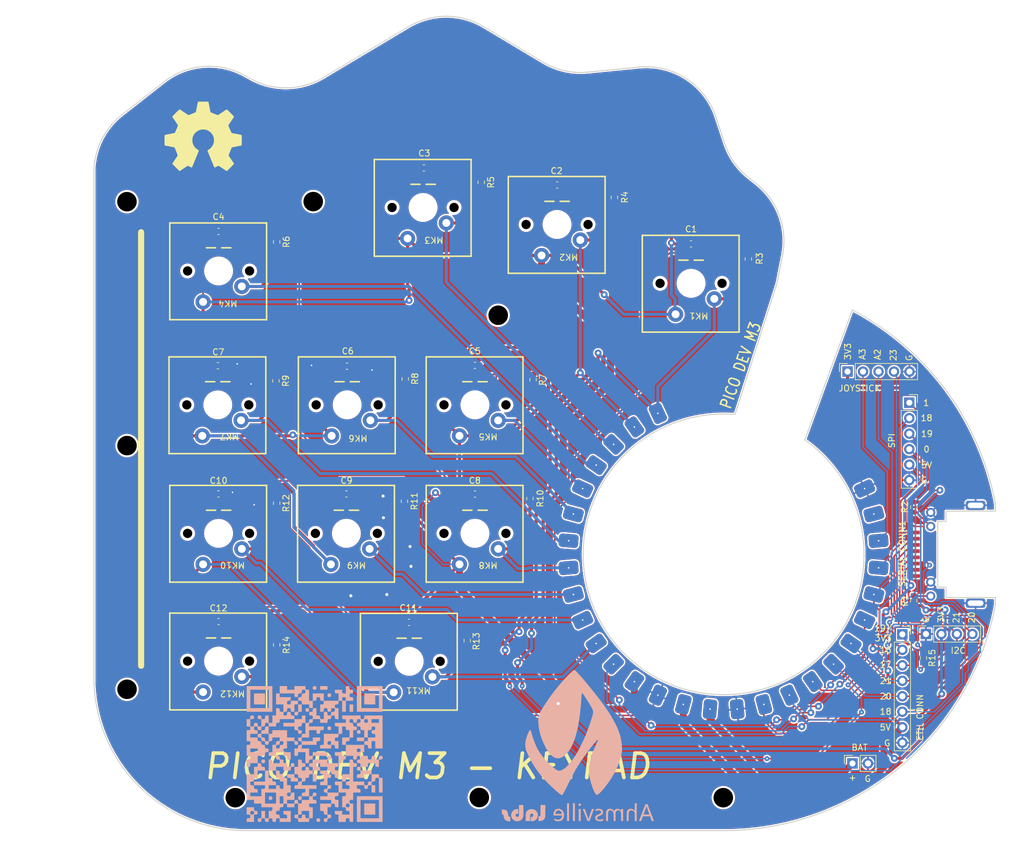
<source format=kicad_pcb>
(kicad_pcb (version 20211014) (generator pcbnew)
  (title_block (title "PICO DEV M3 KEYPAD") (date "2023-01-25") (rev "0.1") (company "AHMSVILLE LABS"))
  (layers (0 "F.Cu" signal) (31 "B.Cu" signal) (34 "B.Paste" user) (35 "F.Paste" user) (36 "B.SilkS" user "B.Silkscreen") (37 "F.SilkS" user "F.Silkscreen") (38 "B.Mask" user) (39 "F.Mask" user) (44 "Edge.Cuts" user))
  (net 0 "")
  (net 1 "+3.3V")
  (net 2 "GND")
  (net 3 "/IO19")
  (net 4 "/TX_0")
  (net 5 "/RX_0")
  (net 6 "/SCL")
  (net 7 "/SDA")
  (net 8 "/IO18")
  (net 9 "+5V")
  (net 10 "Net-(J3-Pad1)")
  (net 11 "Net-(R1-Pad2)")
  (net 12 "/BAT+")
  (net 13 "/A3")
  (net 14 "/A2")
  (net 15 "/KEYS/LED2")
  (net 16 "/KEYS/LED3")
  (net 17 "/KEYS/LED4")
  (net 18 "/KEYS/LED5")
  (net 19 "/KEYS/LED6")
  (net 20 "/KEYS/LED7")
  (net 21 "/KEYS/LED8")
  (net 22 "/KEYS/LED9")
  (net 23 "/KEYS/LED10")
  (net 24 "/KEYS/LED11")
  (net 25 "/KEYS/LED12")
  (net 28 "Net-(R2-Pad2)")
  (net 29 "MK_12")
  (net 30 "MK_11")
  (net 31 "MK_10")
  (net 32 "MK_9")
  (net 33 "MK_8")
  (net 34 "MK_7")
  (net 35 "MK_6")
  (net 36 "MK_5")
  (net 37 "MK_4")
  (net 38 "MK_3")
  (net 39 "MK_2")
  (net 40 "MK_1")
  (net 41 "LED_OUT")
  (footprint "clipboard:35357825-467e-4df7-85c8-061ca90a2ec3" (layer "F.Cu") (at 203.5556 101.6254)
    (fp_text reference "")
    (fp_text value "")
    (fp_line (start -8.1 12.495) (end -9.45 12.495) (layer "Edge.Cuts") (width 0.18))
    (fp_line (start -35.804583 -37.36612) (end -34.893642 -41.996577) (layer "Edge.Cuts") (width 0.18))
    (fp_line (start -122.780934 52.408318) (end -44.551332 52.408318) (layer "Edge.Cuts") (width 0.18))
    (fp_line (start -8.1 0) (end 0 0) (layer "Edge.Cuts") (width 0.18))
    (fp_line (start -96.192644 -79.474876) (end -110.172423 -71.127726) (layer "Edge.Cuts") (width 0.18))
    (fp_line (start -74.163857 -73.652653) (end -83.876789 -79.467632) (layer "Edge.Cuts") (width 0.18))
    (fp_line (start -147.780934 -55.574753) (end -147.780934 27.408318) (layer "Edge.Cuts") (width 0.18))
    (fp_line (start 0 14.19) (end -8.1 14.19) (layer "Edge.Cuts") (width 0.18))
    (fp_line (start -8.1 1.695) (end -8.1 0) (layer "Edge.Cuts") (width 0.18))
    (fp_line (start -9.45 1.695) (end -8.1 1.695) (layer "Edge.Cuts") (width 0.18))
    (fp_line (start -9.45 12.495) (end -9.45 1.695) (layer "Edge.Cuts") (width 0.18))
    (fp_line (start -136.313573 -70.410928) (end -143.189431 -65.014783) (layer "Edge.Cuts") (width 0.18))
    (fp_line (start -39.228081 -53.728232) (end -40.439414 -54.685414) (layer "Edge.Cuts") (width 0.18))
    (fp_line (start -8.1 14.19) (end -8.1 12.495) (layer "Edge.Cuts") (width 0.18))
    (fp_line (start -31.226699 -11.690619) (end -23.4442 -32.9946) (layer "Edge.Cuts") (width 0.18))
    (fp_line (start 0 0) (end 0 -1.18) (layer "Edge.Cuts") (width 0.18))
    (fp_line (start -42.683431 -15.860528) (end -35.804583 -37.36612) (layer "Edge.Cuts") (width 0.18))
    (fp_line (start 0 15.37) (end 0 14.19) (layer "Edge.Cuts") (width 0.18))
    (fp_line (start -44.392271 -60.331706) (end -45.82469 -64.661516) (layer "Edge.Cuts") (width 0.18))
    (fp_line (start -122.204413 -70.970255) (end -123.024955 -71.431499) (layer "Edge.Cuts") (width 0.18))
    (fp_line (start -58.390965 -72.83497) (end -66.826334 -72.006061) (layer "Edge.Cuts") (width 0.18))
    (fp_arc (start -31.226699 -11.690619) (mid -52.428534 28.737436) (end -42.683431 -15.860528) (layer "Edge.Cuts") (width 0.18))
    (fp_arc (start -23.4442 -32.9946) (mid -8.069436 -19.778951) (end 0 -1.18) (layer "Edge.Cuts") (width 0.18))
    (fp_arc (start -58.390965 -72.83497) (mid -50.674543 -70.951846) (end -45.82469 -64.661516) (layer "Edge.Cuts") (width 0.18))
    (fp_arc (start -96.192644 -79.474876) (mid -90.033716 -81.171741) (end -83.876789 -79.467632) (layer "Edge.Cuts") (width 0.18))
    (fp_arc (start -40.439414 -54.685414) (mid -42.829958 -57.218646) (end -44.392271 -60.331706) (layer "Edge.Cuts") (width 0.18))
    (fp_arc (start -122.780934 52.408318) (mid -140.458606 45.08599) (end -147.780934 27.408318) (layer "Edge.Cuts") (width 0.18))
    (fp_arc (start -147.780934 -55.574753) (mid -146.572175 -60.823466) (end -143.189431 -65.014783) (layer "Edge.Cuts") (width 0.18))
    (fp_arc (start -136.313573 -70.410928) (mid -129.823974 -72.935652) (end -123.024955 -71.431499) (layer "Edge.Cuts") (width 0.18))
    (fp_arc (start 0 15.37) (mid -15.582996 41.9394) (end -44.551332 52.408318) (layer "Edge.Cuts") (width 0.18))
    (fp_arc (start -39.228081 -53.728232) (mid -35.411659 -48.471727) (end -34.893642 -41.996577) (layer "Edge.Cuts") (width 0.18))
    (fp_arc (start -110.172423 -71.127726) (mid -116.167254 -69.431883) (end -122.204413 -70.970255) (layer "Edge.Cuts") (width 0.18))
    (fp_arc (start -66.826334 -72.006061) (mid -70.627411 -72.239736) (end -74.163857 -73.652653) (layer "Edge.Cuts") (width 0.18))
  )
  (footprint "Capacitor_SMD:C_0603_1608Metric" (layer "F.Cu") (at 76.187 98.806)
    (fp_text reference "C10")
    (fp_text value "0.1uf")
  )
  (footprint "Connector_PinSocket_2.54mm:PinSocket_1x05_P2.54mm_Vertical" (layer "F.Cu") (at 179.324 78.74 90)
    (fp_text reference "J4")
    (fp_text value "Conn_01x05_Female")
  )
  (footprint "MY CUSTOM LIBRARY:GATERON SWITCH" (layer "F.Cu") (at 118.237 105.283 180)
    (fp_text reference "MK8")
    (fp_text value "Gateron_Switch")
  )
  (footprint "Resistor_SMD:R_0603_1608Metric" (layer "F.Cu") (at 141.097 50.165 90)
    (fp_text reference "R4")
    (fp_text value "5.1K")
  )
  (footprint "Connector_PinSocket_2.54mm:PinSocket_1x04_P2.54mm_Vertical" (layer "F.Cu") (at 192.1764 121.793 90)
    (fp_text reference "J1")
    (fp_text value "Conn_01x04_Female")
  )
  (footprint "Resistor_SMD:R_0603_1608Metric" (layer "F.Cu") (at 127.762 80.073 90)
    (fp_text reference "R7")
    (fp_text value "5.1K")
  )
  (footprint "Capacitor_SMD:C_0603_1608Metric" (layer "F.Cu") (at 153.657 57.785)
    (fp_text reference "C1")
    (fp_text value "0.1uf")
  )
  (footprint "LOGO" (layer "F.Cu") (at 73.66 40.132)
    (fp_text reference "G***")
    (fp_text value "LOGO" hide)
  )
  (footprint "MY CUSTOM LIBRARY:GATERON SWITCH" (layer "F.Cu") (at 131.699 54.61 180)
    (fp_text reference "MK2")
    (fp_text value "Gateron_Switch")
  )
  (footprint "Capacitor_SMD:C_0603_1608Metric" (layer "F.Cu") (at 118.224 77.724)
    (fp_text reference "C5")
    (fp_text value "0.1uf")
  )
  (footprint "Capacitor_SMD:C_0603_1608Metric" (layer "F.Cu") (at 97.2442 77.851)
    (fp_text reference "C6")
    (fp_text value "0.1uf")
  )
  (footprint "Resistor_SMD:R_0603_1608Metric" (layer "F.Cu") (at 127.254 99.568 90)
    (fp_text reference "R10")
    (fp_text value "5.1K")
  )
  (footprint "Resistor_SMD:R_0603_1608Metric" (layer "F.Cu") (at 106.68 100.012 90)
    (fp_text reference "R11")
    (fp_text value "5.1K")
  )
  (footprint "Resistor_SMD:R_0603_1608Metric" (layer "F.Cu") (at 106.807 79.946 90)
    (fp_text reference "R8")
    (fp_text value "5.1K")
  )
  (footprint "MY CUSTOM LIBRARY:GATERON SWITCH" (layer "F.Cu") (at 153.67 64.262 180)
    (fp_text reference "MK1")
    (fp_text value "Gateron_Switch")
  )
  (footprint "Connector_PinSocket_2.54mm:PinSocket_1x06_P2.54mm_Vertical" (layer "F.Cu") (at 189.454 83.845)
    (fp_text reference "J5")
    (fp_text value "Conn_01x06_Female")
  )
  (footprint "MY CUSTOM LIBRARY:RJ45_LED_SHIELDED" (layer "F.Cu") (at 206.2988 100.4316 -90)
    (fp_text reference "SERIAL_CONN1")
    (fp_text value "RJ45_LED_Shielded")
  )
  (footprint "MY CUSTOM LIBRARY:GATERON SWITCH" (layer "F.Cu") (at 118.237 84.201 180)
    (fp_text reference "MK5")
    (fp_text value "Gateron_Switch")
  )
  (footprint "Resistor_SMD:R_0603_1608Metric" (layer "F.Cu") (at 191.77 125.73 -90)
    (fp_text reference "R15")
    (fp_text value "1K")
  )
  (footprint "Capacitor_SMD:C_0603_1608Metric" (layer "F.Cu") (at 76.187 55.753)
    (fp_text reference "C4")
    (fp_text value "0.1uf")
  )
  (footprint "MY CUSTOM LIBRARY:GATERON SWITCH" (layer "F.Cu") (at 76.2 126.238 180)
    (fp_text reference "MK12")
    (fp_text value "Gateron_Switch")
  )
  (footprint "MY CUSTOM LIBRARY:PICO DEV M3" (layer "F.Cu") (at 159.004 108.712 -110)
    (fp_text reference "U1")
    (fp_text value "PICO_DEV_M3")
  )
  (footprint "Resistor_SMD:R_0603_1608Metric" (layer "F.Cu") (at 85.725 57.467 90)
    (fp_text reference "R6")
    (fp_text value "5.1K")
  )
  (footprint "Connector_PinSocket_2.54mm:PinSocket_1x08_P2.54mm_Vertical" (layer "F.Cu") (at 188.3156 121.8438)
    (fp_text reference "J3")
    (fp_text value "Conn_01x08_Female")
  )
  (footprint "Resistor_SMD:R_0603_1608Metric" (layer "F.Cu") (at 85.725 123.571 90)
    (fp_text reference "R14")
    (fp_text value "5.1K")
  )
  (footprint "Capacitor_SMD:C_0603_1608Metric" (layer "F.Cu") (at 107.429 119.888)
    (fp_text reference "C11")
    (fp_text value "0.1uf")
  )
  (footprint "MY CUSTOM LIBRARY:GATERON SWITCH" (layer "F.Cu") (at 76.073 84.201 180)
    (fp_text reference "MK7")
    (fp_text value "Gateron_Switch")
  )
  (footprint "Resistor_SMD:R_0603_1608Metric" (layer "F.Cu") (at 163.068 60.261 90)
    (fp_text reference "R3")
    (fp_text value "5.1K")
  )
  (footprint "Resistor_SMD:R_0603_1608Metric" (layer "F.Cu") (at 85.598 80.264 90)
    (fp_text reference "R9")
    (fp_text value "5.1K")
  )
  (footprint "Connector_PinSocket_2.54mm:PinSocket_1x02_P2.54mm_Vertical" (layer "F.Cu") (at 180.1314 143.0278 90)
    (fp_text reference "J2")
    (fp_text value "Conn_01x02_Female")
  )
  (footprint "MY CUSTOM LIBRARY:GATERON SWITCH" (layer "F.Cu") (at 97.282 84.201 180)
    (fp_text reference "MK6")
    (fp_text value "Gateron_Switch")
  )
  (footprint "MY CUSTOM LIBRARY:GATERON SWITCH" (layer "F.Cu") (at 109.728 51.816 180)
    (fp_text reference "MK3")
    (fp_text value "Gateron_Switch")
  )
  (footprint "MY CUSTOM LIBRARY:GATERON SWITCH" (layer "F.Cu") (at 107.4547 126.2761 180)
    (fp_text reference "MK11")
    (fp_text value "Gateron_Switch")
  )
  (footprint "Capacitor_SMD:C_0603_1608Metric" (layer "F.Cu") (at 76.2 119.761)
    (fp_text reference "C12")
    (fp_text value "0.1uf")
  )
  (footprint "Capacitor_SMD:C_0603_1608Metric" (layer "F.Cu") (at 118.237 98.8314)
    (fp_text reference "C8")
    (fp_text value "0.1uf")
  )
  (footprint "Capacitor_SMD:C_0603_1608Metric" (layer "F.Cu") (at 97.155 98.806)
    (fp_text reference "C9")
    (fp_text value "0.1uf")
  )
  (footprint "Resistor_SMD:R_0603_1608Metric" (layer "F.Cu") (at 85.725 100.33 90)
    (fp_text reference "R12")
    (fp_text value "5.1K")
  )
  (footprint "MY CUSTOM LIBRARY:GATERON SWITCH" (layer "F.Cu") (at 97.155 105.283 180)
    (fp_text reference "MK9")
    (fp_text value "Gateron_Switch")
  )
  (footprint "Capacitor_SMD:C_0603_1608Metric" (layer "F.Cu") (at 76.086 77.7748)
    (fp_text reference "C7")
    (fp_text value "0.1uf")
  )
  (footprint "Resistor_SMD:R_0603_1608Metric" (layer "F.Cu") (at 116.967 122.873 90)
    (fp_text reference "R13")
    (fp_text value "5.1K")
  )
  (footprint "Capacitor_SMD:C_0603_1608Metric" (layer "F.Cu") (at 109.868 45.339)
    (fp_text reference "C3")
    (fp_text value "0.1uf")
  )
  (footprint "Capacitor_SMD:C_0603_1608Metric" (layer "F.Cu") (at 131.712 48.133)
    (fp_text reference "C2")
    (fp_text value "0.1uf")
  )
  (footprint "MY CUSTOM LIBRARY:GATERON SWITCH" (layer "F.Cu") (at 76.2 62.23 180)
    (fp_text reference "MK4")
    (fp_text value "Gateron_Switch")
  )
  (footprint "Resistor_SMD:R_0603_1608Metric" (layer "F.Cu") (at 190.1952 100.9772 -90)
    (fp_text reference "R2")
    (fp_text value "1K")
  )
  (footprint "Resistor_SMD:R_0603_1608Metric" (layer "F.Cu") (at 190.1698 116.3198 90)
    (fp_text reference "R1")
    (fp_text value "1K")
  )
  (footprint "MY CUSTOM LIBRARY:GATERON SWITCH" (layer "F.Cu") (at 76.2 105.283 180)
    (fp_text reference "MK10")
    (fp_text value "Gateron_Switch")
  )
  (footprint "Resistor_SMD:R_0603_1608Metric" (layer "F.Cu") (at 119.253 47.688 90)
    (fp_text reference "R5")
    (fp_text value "5.1K")
  )
  (footprint "LOGO" (layer "B.Cu") (at 135.128 140.716 180)
    (fp_text reference "G***")
    (fp_text value "LOGO" hide)
  )
  (footprint "LOGO" (layer "B.Cu") (at 91.948 141.478 180)
    (fp_text reference "G***")
    (fp_text value "LOGO" hide)
  )
  (gr_line (start 63.5 55.88) (end 63.5 127) (layer "F.SilkS") (width 1))
  (gr_text "20" (at 199.6948 119.0752 90) (layer "F.SilkS") (effects (font (size 1 1))))
  (gr_text "21" (at 185.5724 129.4892) (layer "F.SilkS") (effects (font (size 1 1))))
  (gr_text "A2" (at 184.2516 75.946 90) (layer "F.SilkS") (effects (font (size 1 1))))
  (gr_text "+" (at 180.1368 145.3388) (layer "F.SilkS") (effects (font (size 1 1))))
  (gr_text "1" (at 192.2272 83.8708) (layer "F.SilkS") (effects (font (size 1 1))))
  (gr_text "SPI" (at 186.5884 90.0684 90) (layer "F.SilkS") (effects (font (size 1 1))))
  (gr_text "G" (at 192.1764 119.4816 90) (layer "F.SilkS") (effects (font (size 1 1))))
  (gr_text "JOYSTICK" (at 181.3052 81.4832) (layer "F.SilkS") (effects (font (size 1 1))))
  (gr_text "ETH CONN" (at 191.2112 135.4836 90) (layer "F.SilkS") (effects (font (size 1 1))))
  (gr_text "21" (at 197.1548 119.0752 90) (layer "F.SilkS") (effects (font (size 1 1))))
  (gr_text "23" (at 186.8424 76.0476 90) (layer "F.SilkS") (effects (font (size 1 1))))
  (gr_text "PICO DEV M3 - KEYPAD" (at 110.49 143.51) (layer "F.SilkS") (effects (font (size 4 4) (thickness 0.6) italic)))
  (gr_text "3V3" (at 179.3748 75.438 90) (layer "F.SilkS") (effects (font (size 1 1))))
  (gr_text "5V" (at 192.278 94.0816) (layer "F.SilkS") (effects (font (size 1 1))))
  (gr_text "20" (at 185.5724 132.0292) (layer "F.SilkS") (effects (font (size 1 1))))
  (gr_text "3V3" (at 194.6656 118.618 90) (layer "F.SilkS") (effects (font (size 1 1))))
  (gr_text "0" (at 192.278 91.4908) (layer "F.SilkS") (effects (font (size 1 1))))
  (gr_text "G" (at 182.626 145.542) (layer "F.SilkS") (effects (font (size 1 1))))
  (gr_text "19" (at 192.3288 88.9508) (layer "F.SilkS") (effects (font (size 1 1))))
  (gr_text "19/\n3V3" (at 185.166 121.666) (layer "F.SilkS") (effects (font (size 1 1))))
  (gr_text "A3" (at 181.7624 75.8952 90) (layer "F.SilkS") (effects (font (size 1 1))))
  (gr_text "G" (at 189.4332 76.5048 90) (layer "F.SilkS") (effects (font (size 1 1))))
  (gr_text "18" (at 192.278 86.36) (layer "F.SilkS") (effects (font (size 1 1))))
  (gr_text "17" (at 185.5216 126.8476) (layer "F.SilkS") (effects (font (size 1 1))))
  (gr_text "16" (at 185.5724 124.4092) (layer "F.SilkS") (effects (font (size 1 1))))
  (gr_text "5V" (at 185.5216 137.1092) (layer "F.SilkS") (effects (font (size 1 1))))
  (gr_text "I2C" (at 197.4596 124.5108) (layer "F.SilkS") (effects (font (size 1 1))))
  (gr_text "G" (at 191.8716 96.5708) (layer "F.SilkS") (effects (font (size 1 1))))
  (gr_text "BAT" (at 181.3052 140.4112) (layer "F.SilkS") (effects (font (size 1 1))))
  (gr_text "18" (at 185.5724 134.5184) (layer "F.SilkS") (effects (font (size 1 1))))
  (gr_text "G" (at 185.8264 139.7) (layer "F.SilkS") (effects (font (size 1 1))))
  (segment (start 109.0168 45.2628) (end 109.093 45.339) (width 0.508) (layer "F.Cu") (net 1))
  (segment (start 71.2724 89.281) (end 73.533 89.281) (width 0.508) (layer "F.Cu") (net 1))
  (segment (start 75.6412 97.2534) (end 75.412 97.4826) (width 0.508) (layer "F.Cu") (net 1))
  (segment (start 132.9944 59.69) (end 129.159 59.69) (width 0.508) (layer "F.Cu") (net 1))
  (segment (start 75.772703 121.588) (end 75.772703 120.108703) (width 0.5) (layer "F.Cu") (net 1))
  (segment (start 191.3128 139.1412) (end 188.2648 142.1892) (width 0.5) (layer "F.Cu") (net 1))
  (segment (start 190.1698 117.1448) (end 191.463 117.1448) (width 0.508) (layer "F.Cu") (net 1))
  (segment (start 96.854703 79.551) (end 96.854703 78.236503) (width 0.5) (layer "F.Cu") (net 1))
  (segment (start 193.294 98.2218) (end 193.294 82.7024) (width 0.508) (layer "F.Cu") (net 1))
  (segment (start 132.7135 88.2665) (end 140.462 80.518) (width 1.127) (layer "F.Cu") (net 1))
  (segment (start 94.742 89.281) (end 90.3732 84.9122) (width 0.508) (layer "F.Cu") (net 1))
  (segment (start 109.0168 44.2722) (end 109.0168 45.2628) (width 0.508) (layer "F.Cu") (net 1))
  (segment (start 97.0026 97.2312) (end 106.5784 97.2312) (width 0.508) (layer "F.Cu") (net 1))
  (segment (start 73.66 69.3166) (end 68.1736 74.803) (width 0.508) (layer "F.Cu") (net 1))
  (segment (start 75.772703 100.633) (end 75.772703 99.166703) (width 0.5) (layer "F.Cu") (net 1))
  (segment (start 107.027403 120.261403) (end 106.654 119.888) (width 0.5) (layer "F.Cu") (net 1))
  (segment (start 179.324 80.5688) (end 179.324 78.74) (width 0.508) (layer "F.Cu") (net 1))
  (segment (start 191.463 117.1448) (end 192.1764 117.8582) (width 0.508) (layer "F.Cu") (net 1))
  (segment (start 96.727703 99.153703) (end 96.38 98.806) (width 0.5) (layer "F.Cu") (net 1))
  (segment (start 131.271703 48.467703) (end 130.937 48.133) (width 0.5) (layer "F.Cu") (net 1))
  (segment (start 67.7418 87.8332) (end 68.7832 86.7918) (width 0.508) (layer "F.Cu") (net 1))
  (segment (start 117.184703 100.983) (end 114.2672 100.983) (width 0.254) (layer "F.Cu") (net 1))
  (segment (start 73.7362 57.8612) (end 72.898 58.6994) (width 0.254) (layer "F.Cu") (net 1))
  (segment (start 111.672999 85.256999) (end 115.697 89.281) (width 0.508) (layer "F.Cu") (net 1))
  (segment (start 67.4624 127.1524) (end 67.4624 116.5606) (width 0.508) (layer "F.Cu") (net 1))
  (segment (start 73.66 131.318) (end 71.628 131.318) (width 0.508) (layer "F.Cu") (net 1))
  (segment (start 130.937 46.9392) (end 130.937 48.133) (width 0.508) (layer "F.Cu") (net 1))
  (segment (start 126.3904 74.7776) (end 130.2766 78.6638) (width 0.508) (layer "F.Cu") (net 1))
  (segment (start 130.2766 83.0834) (end 124.079 89.281) (width 0.508) (layer "F.Cu") (net 1))
  (segment (start 111.887 98.6028) (end 111.76 98.6028) (width 0.254) (layer "F.Cu") (net 1))
  (segment (start 117.729 74.7776) (end 126.3904 74.7776) (width 0.508) (layer "F.Cu") (net 1))
  (segment (start 71.628 131.318) (end 67.4624 127.1524) (width 0.508) (layer "F.Cu") (net 1))
  (segment (start 91.7702 107.3404) (end 88.5952 104.1654) (width 0.508) (layer "F.Cu") (net 1))
  (segment (start 75.772703 56.113703) (end 75.412 55.753) (width 0.5) (layer "F.Cu") (net 1))
  (segment (start 111.672999 82.081999) (end 111.672999 85.256999) (width 0.508) (layer "F.Cu") (net 1))
  (segment (start 91.7702 107.5182) (end 91.7702 107.3404) (width 0.508) (layer "F.Cu") (net 1))
  (segment (start 96.38 98.806) (end 96.38 97.8538) (width 0.508) (layer "F.Cu") (net 1))
  (segment (start 88.2142 89.281) (end 88.3666 89.1286) (width 0.5) (layer "F.Cu") (net 1))
  (segment (start 115.697 97.0664) (end 117.462 98.8314) (width 0.508) (layer "F.Cu") (net 1))
  (segment (start 72.898 58.6994) (end 72.898 64.389) (width 0.254) (layer "F.Cu") (net 1))
  (segment (start 144.375548 129.603594) (end 144.375548 132.484452) (width 1.127) (layer "F.Cu") (net 1))
  (segment (start 75.425 119.761) (end 75.425 118.504) (width 0.508) (layer "F.Cu") (net 1))
  (segment (start 68.7832 86.7918) (end 71.2724 89.281) (width 0.508) (layer "F.Cu") (net 1))
  (segment (start 108.0262 98.679) (end 108.0262 102.250895) (width 0.508) (layer "F.Cu") (net 1))
  (segment (start 75.147703 57.93) (end 75.078903 57.8612) (width 0.254) (layer "F.Cu") (net 1))
  (segment (start 191.3128 135.0772) (end 191.3128 139.1412) (width 0.5) (layer "F.Cu") (net 1))
  (segment (start 107.442 67.056) (end 107.442 64.8716) (width 0.5) (layer "F.Cu") (net 1))
  (segment (start 72.898 64.389) (end 73.66 65.151) (width 0.254) (layer "F.Cu") (net 1))
  (segment (start 117.809703 79.551) (end 117.809703 78.084703) (width 0.5) (layer "F.Cu") (net 1))
  (segment (start 139.4206 66.1162) (end 132.9944 59.69) (width 0.508) (layer "F.Cu") (net 1))
  (segment (start 73.533 89.281) (end 88.2142 89.281) (width 0.5) (layer "F.Cu") (net 1))
  (segment (start 73.66 65.151) (end 73.66 67.31) (width 0.254) (layer "F.Cu") (net 1))
  (segment (start 135.4328 134.112) (end 115.697 114.3762) (width 1.127) (layer "F.Cu") (net 1))
  (segment (start 117.809703 99.179103) (end 117.462 98.8314) (width 0.5) (layer "F.Cu") (net 1))
  (segment (start 75.311 55.652) (end 75.412 55.753) (width 0.508) (layer "F.Cu") (net 1))
  (segment (start 67.7418 116.2812) (end 73.66 110.363) (width 0.508) (layer "F.Cu") (net 1))
  (segment (start 96.5708 77.7494) (end 96.5708 76.2) (width 0.508) (layer "F.Cu") (net 1))
  (segment (start 150.4442 57.6326) (end 150.4442 53.6702) (width 0.508) (layer "F.Cu") (net 1))
  (segment (start 107.4928 77.9018) (end 111.672999 82.081999) (width 0.508) (layer "F.Cu") (net 1))
  (segment (start 75.772703 57.58) (end 75.772703 56.113703) (width 0.5) (layer "F.Cu") (net 1))
  (segment (start 180.1622 81.407) (end 179.324 80.5688) (width 0.508) (layer "F.Cu") (net 1))
  (segment (start 117.809703 100.633) (end 117.809703 99.179103) (width 0.5) (layer "F.Cu") (net 1))
  (segment (start 191.3636 100.1522) (end 193.294 98.2218) (width 0.508) (layer "F.Cu") (net 1))
  (segment (start 111.4298 105.654495) (end 111.4298 106.0958) (width 0.508) (layer "F.Cu") (net 1))
  (segment (start 94.9198 56.896) (end 92.2274 54.2036) (width 0.508) (layer "F.Cu") (net 1))
  (segment (start 106.987696 77.9018) (end 107.4928 77.9018) (width 0.508) (layer "F.Cu") (net 1))
  (segment (start 96.38 97.8538) (end 97.0026 97.2312) (width 0.508) (layer "F.Cu") (net 1))
  (segment (start 130.4275 101.4745) (end 132.7135 99.1885) (width 1.127) (layer "F.Cu") (net 1))
  (segment (start 109.982 59.69) (end 107.188 56.896) (width 0.508) (layer "F.Cu") (net 1))
  (segment (start 152.882 57.785) (end 150.5966 57.785) (width 0.508) (layer "F.Cu") (net 1))
  (segment (start 131.271703 49.96) (end 131.271703 48.467703) (width 0.5) (layer "F.Cu") (net 1))
  (segment (start 150.5966 57.785) (end 150.4442 57.6326) (width 0.508) (layer "F.Cu") (net 1))
  (segment (start 75.412 97.4826) (end 75.412 98.806) (width 0.508) (layer "F.Cu") (net 1))
  (segment (start 117.809703 78.084703) (end 117.449 77.724) (width 0.5) (layer "F.Cu") (net 1))
  (segment (start 115.697 89.281) (end 115.697 97.0664) (width 0.508) (layer "F.Cu") (net 1))
  (segment (start 75.645703 78.109503) (end 75.311 77.7748) (width 0.5) (layer "F.Cu") (net 1))
  (segment (start 132.7135 99.1885) (end 132.7135 88.2665) (width 1.127) (layer "F.Cu") (net 1))
  (segment (start 194.7672 131.6228) (end 191.3128 135.0772) (width 0.5) (layer "F.Cu") (net 1))
  (segment (start 87.0172 97.2534) (end 75.6412 97.2534) (width 0.508) (layer "F.Cu") (net 1))
  (segment (start 131.8768 132.4864) (end 132.842 131.5212) (width 1.127) (layer "F.Cu") (net 1))
  (segment (start 107.442 64.8716) (end 107.188 64.6176) (width 0.5) (layer "F.Cu") (net 1))
  (segment (start 194.437 98.2218) (end 194.4624 98.1964) (width 0.254) (layer "F.Cu") (net 1))
  (segment (start 190.1952 100.1522) (end 191.3636 100.1522) (width 0.508) (layer "F.Cu") (net 1))
  (segment (start 67.4624 116.5606) (end 67.7418 116.2812) (width 0.508) (layer "F.Cu") (net 1))
  (segment (start 75.772703 120.108703) (end 75.425 119.761) (width 0.5) (layer "F.Cu") (net 1))
  (segment (start 73.66 67.31) (end 73.66 69.3166) (width 0.508) (layer "F.Cu") (net 1))
  (segment (start 109.7026 43.5864) (end 109.0168 44.2722) (width 0.508) (layer "F.Cu") (net 1))
  (segment (start 126.9238 59.69) (end 121.7168 54.483) (width 0.508) (layer "F.Cu") (net 1))
  (segment (start 106.5784 97.2312) (end 108.0262 98.679) (width 0.508) (layer "F.Cu") (net 1))
  (segment (start 117.3226 75.184) (end 117.729 74.7776) (width 0.508) (layer "F.Cu") (net 1))
  (segment (start 114.2672 100.983) (end 111.887 98.6028) (width 0.254) (layer "F.Cu") (net 1))
  (segment (start 135.4328 134.112) (end 132.842 131.5212) (width 1.127) (layer "F.Cu") (net 1))
  (segment (start 132.842 131.5212) (end 130.4275 129.1067) (width 1.127) (layer "F.Cu") (net 1))
  (segment (start 86.5378 76.1746) (end 75.438 76.1746) (width 0.508) (layer "F.Cu") (net 1))
  (segment (start 107.027403 121.6261) (end 107.027403 120.261403) (width 0.5) (layer "F.Cu") (net 1))
  (segment (start 150.4442 53.6702) (end 143.2528 46.4788) (width 0.508) (layer "F.Cu") (net 1))
  (segment (start 88.5952 98.8314) (end 87.0172 97.2534) (width 0.508) (layer "F.Cu") (net 1))
  (segment (start 96.5708 76.2) (end 105.285896 76.2) (width 0.508) (layer "F.Cu") (net 1))
  (segment (start 121.7168 54.483) (end 121.7168 47.6504) (width 0.508) (layer "F.Cu") (net 1))
  (segment (start 140.462 73.914) (end 129.159 62.611) (width 1.127) (layer "F.Cu") (net 1))
  (segment (start 191.9986 81.407) (end 180.1622 81.407) (width 0.508) (layer "F.Cu") (net 1))
  (segment (start 100.7491 131.3561) (end 104.9147 131.3561) (width 0.508) (layer "F.Cu") (net 1))
  (segment (start 96.4692 77.851) (end 96.5708 77.7494) (width 0.508) (layer "F.Cu") (net 1))
  (segment (start 75.8698 54.2036) (end 75.311 54.7624) (width 0.508) (layer "F.Cu") (net 1))
  (segment (start 130.4275 129.1067) (end 130.4275 101.4745) (width 1.127) (layer "F.Cu") (net 1))
  (segment (start 192.2294 117.8052) (end 195.326 117.8052) (width 0.254) (layer "F.Cu") (net 1))
  (segment (start 192.1764 117.8582) (end 192.2294 117.8052) (width 0.254) (layer "F.Cu") (net 1))
  (segment (start 108.0262 102.250895) (end 111.4298 105.654495) (width 0.508) (layer "F.Cu") (net 1))
  (segment (start 75.078903 57.8612) (end 73.7362 57.8612) (width 0.254) (layer "F.Cu") (net 1))
  (segment (start 107.188 56.896) (end 94.9198 56.896) (width 0.508) (layer "F.Cu") (net 1))
  (segment (start 75.438 76.1746) (end 75.311 76.3016) (width 0.508) (layer "F.Cu") (net 1))
  (segment (start 131.3974 46.4788) (end 130.937 46.9392) (width 0.508) (layer "F.Cu") (net 1))
  (segment (start 87.376 117.983) (end 100.7491 131.3561) (width 0.508) (layer "F.Cu") (net 1))
  (segment (start 75.772703 99.166703) (end 75.412 98.806) (width 0.5) (layer "F.Cu") (net 1))
  (segment (start 111.4298 106.0958) (end 115.697 110.363) (width 0.508) (layer "F.Cu") (net 1))
  (segment (start 96.727703 100.633) (end 96.727703 99.153703) (width 0.5) (layer "F.Cu") (net 1))
  (segment (start 193.294 82.7024) (end 191.9986 81.407) (width 0.508) (layer "F.Cu") (net 1))
  (segment (start 68.1736 74.803) (end 68.1736 86.1822) (width 0.508) (layer "F.Cu") (net 1))
  (segment (start 115.697 110.363) (end 106.654 119.406) (width 0.508) (layer "F.Cu") (net 1))
  (segment (start 117.6528 43.5864) (end 109.7026 43.5864) (width 0.508) (layer "F.Cu") (net 1))
  (segment (start 109.300703 47.166) (end 109.300703 45.546703) (width 0.5) (layer "F.Cu") (net 1))
  (segment (start 75.311 76.3016) (end 75.311 77.7748) (width 0.508) (layer "F.Cu") (net 1))
  (segment (start 129.159 59.69) (end 126.9238 59.69) (width 0.508) (layer "F.Cu") (net 1))
  (segment (start 140.462 80.518) (end 140.462 73.914) (width 1.127) (layer "F.Cu") (net 1))
  (segment (start 106.654 119.406) (end 106.654 119.888) (width 0.508) (layer "F.Cu") (net 1))
  (segment (start 124.079 89.281) (end 115.697 89.281) (width 0.508) (layer "F.Cu") (net 1))
  (segment (start 117.3226 77.5976) (end 117.3226 75.184) (width 0.508) (layer "F.Cu") (net 1))
  (segment (start 75.311 54.7624) (end 75.311 55.652) (width 0.508) (layer "F.Cu") (net 1))
  (segment (start 153.242703 59.612) (end 153.242703 58.145703) (width 0.5) (layer "F.Cu") (net 1))
  (segment (start 68.1736 86.1822) (end 68.7832 86.7918) (width 0.508) (layer "F.Cu") (net 1))
  (segment (start 193.294 98.2218) (end 194.437 98.2218) (width 0.254) (layer "F.Cu") (net 1))
  (segment (start 75.645703 79.551) (end 75.645703 78.109503) (width 0.5) (layer "F.Cu") (net 1))
  (segment (start 75.946 117.983) (end 87.376 117.983) (width 0.508) (layer "F.Cu") (net 1))
  (segment (start 90.3732 84.9122) (end 90.3732 80.01) (width 0.508) (layer "F.Cu") (net 1))
  (segment (start 143.2528 46.4788) (end 131.3974 46.4788) (width 0.508) (layer "F.Cu") (net 1))
  (segment (start 96.854703 78.236503) (end 96.4692 77.851) (width 0.5) (layer "F.Cu") (net 1))
  (segment (start 131.8768 133.1976) (end 131.8768 132.4864) (width 1.127) (layer "F.Cu") (net 1))
  (segment (start 195.273 117.8582) (end 195.326 117.8052) (width 0.508) (layer "F.Cu") (net 1))
  (segment (start 115.697 114.3762) (end 115.697 110.363) (width 1.127) (layer "F.Cu") (net 1))
  (segment (start 105.285896 76.2) (end 106.987696 77.9018) (width 0.508) (layer "F.Cu") (net 1))
  (segment (start 109.300703 45.546703) (end 109.093 45.339) (width 0.5) (layer "F.Cu") (net 1))
  (segment (start 75.425 118.504) (end 75.946 117.983) (width 0.508) (layer "F.Cu") (net 1))
  (segment (start 192.1764 117.8582) (end 195.273 117.8582) (width 0.508) (layer "F.Cu") (net 1))
  (segment (start 188.2648 142.1892) (end 186.9948 142.1892) (width 0.5) (layer "F.Cu") (net 1))
  (segment (start 67.7418 116.2812) (end 67.7418 87.8332) (width 0.508) (layer "F.Cu") (net 1))
  (segment (start 92.2274 54.2036) (end 75.8698 54.2036) (width 0.508) (layer "F.Cu") (net 1))
  (segment (start 121.7168 47.6504) (end 117.6528 43.5864) (width 0.508) (layer "F.Cu") (net 1))
  (segment (start 88.5952 104.1654) (end 88.5952 98.8314) (width 0.508) (layer "F.Cu") (net 1))
  (segment (start 129.159 59.69) (end 109.982 59.69) (width 0.508) (layer "F.Cu") (net 1))
  (segment (start 117.449 77.724) (end 117.3226 77.5976) (width 0.508) (layer "F.Cu") (net 1))
  (segment (start 94.615 110.363) (end 91.7702 107.5182) (width 0.508) (layer "F.Cu") (net 1))
  (segment (start 142.748 134.112) (end 135.4328 134.112) (width 1.127) (layer "F.Cu") (net 1))
  (segment (start 129.159 62.611) (end 129.159 59.69) (width 1.127) (layer "F.Cu") (net 1))
  (segment (start 90.3732 80.01) (end 86.5378 76.1746) (width 0.508) (layer "F.Cu") (net 1))
  (segment (start 130.2766 78.6638) (end 130.2766 83.0834) (width 0.508) (layer "F.Cu") (net 1))
  (segment (start 107.188 64.6176) (end 107.188 56.896) (width 0.5) (layer "F.Cu") (net 1))
  (segment (start 144.375548 132.484452) (end 142.748 134.112) (width 1.127) (layer "F.Cu") (net 1))
  (segment (start 153.242703 58.145703) (end 152.882 57.785) (width 0.5) (layer "F.Cu") (net 1))
  (via (at 150.4442 57.6326) (size 1.127) (drill 0.5) (layers "F.Cu" "B.Cu") (net 1))
  (via (at 186.9948 142.1892) (size 1.127) (drill 0.5) (layers "F.Cu" "B.Cu") (net 1))
  (via (at 139.4206 66.1162) (size 1.127) (drill 0.5) (layers "F.Cu" "B.Cu") (net 1))
  (via (at 111.76 98.6028) (size 1.127) (drill 0.5) (layers "F.Cu" "B.Cu") (net 1))
  (via (at 192.1764 117.8582) (size 1.127) (drill 0.5) (layers "F.Cu" "B.Cu") (net 1))
  (via (at 131.8768 133.1976) (size 1.127) (drill 0.5) (layers "F.Cu" "B.Cu") (net 1))
  (via (at 195.326 117.8052) (size 1.127) (drill 0.5) (layers "F.Cu" "B.Cu") (net 1))
  (via (at 88.3666 89.1286) (size 1.127) (drill 0.5) (layers "F.Cu" "B.Cu") (net 1))
  (via (at 107.442 67.056) (size 1.127) (drill 0.5) (layers "F.Cu" "B.Cu") (net 1))
  (via (at 194.7672 131.6228) (size 1.127) (drill 0.5) (layers "F.Cu" "B.Cu") (net 1))
  (via (at 194.4624 98.1964) (size 1.127) (drill 0.5) (layers "F.Cu" "B.Cu") (net 1))
  (segment (start 151.035999 69.247999) (end 151.035999 66.809599) (width 0.508) (layer "B.Cu") (net 1))
  (segment (start 139.0904 140.6144) (end 132.0292 133.5532) (width 0.5) (layer "B.Cu") (net 1))
  (segment (start 150.4442 66.2178) (end 150.4442 57.6326) (width 0.508) (layer "B.Cu") (net 1))
  (segment (start 77.9018 110.363) (end 73.66 110.363) (width 0.5) (layer "B.Cu") (net 1))
  (segment (start 194.4624 98.1964) (end 190.9064 101.7524) (width 0.254) (layer "B.Cu") (net 1))
  (segment (start 190.9064 102.2604) (end 191.316 102.67) (width 0.254) (layer "B.Cu") (net 1))
  (segment (start 195.326 121.1834) (end 194.7164 121.793) (width 0.508) (layer "B.Cu") (net 1))
  (segment (start 194.7164 131.572) (end 194.7672 131.6228) (width 0.5) (layer "B.Cu") (net 1))
  (segment (start 190.9064 101.7524) (end 190.9064 102.2604) (width 0.254) (layer "B.Cu") (net 1))
  (segment (start 109.601 106.9594) (end 113.0046 110.363) (width 0.254) (layer "B.Cu") (net 1))
  (segment (start 185.42 140.6144) (end 171.2468 140.6144) (width 0.5) (layer "B.Cu") (net 1))
  (segment (start 132.0292 133.5532) (end 131.8768 133.4008) (width 0.5) (layer "B.Cu") (net 1))
  (segment (start 191.316 116.9978) (end 192.1764 117.8582) (width 0.254) (layer "B.Cu") (net 1))
  (segment (start 151.13 69.342) (end 151.035999 69.247999) (width 0.508) (layer "B.Cu") (net 1))
  (segment (start 88.519 89.281) (end 94.742 89.281) (width 0.5) (layer "B.Cu") (net 1))
  (segment (start 131.8768 133.4008) (end 131.8768 133.1976) (width 0.5) (layer "B.Cu") (net 1))
  (segment (start 88.3666 89.1286) (end 88.519 89.281) (width 0.5) (layer "B.Cu") (net 1))
  (segment (start 104.9147 131.3561) (end 98.8949 131.3561) (width 0.5) (layer "B.Cu") (net 1))
  (segment (start 186.9948 142.1892) (end 185.42 140.6144) (width 0.5) (layer "B.Cu") (net 1))
  (segment (start 79.5528 89.281) (end 73.533 89.281) (width 0.5) (layer "B.Cu") (net 1))
  (segment (start 88.5444 98.2726) (end 79.5528 89.281) (width 0.5) (layer "B.Cu") (net 1))
  (segment (start 151.035999 66.809599) (end 150.4442 66.2178) (width 0.508) (layer "B.Cu") (net 1))
  (segment (start 107.442 67.056) (end 107.188 67.31) (width 0.5) (layer "B.Cu") (net 1))
  (segment (start 113.0046 110.363) (end 115.697 110.363) (width 0.254) (layer "B.Cu") (net 1))
  (segment (start 142.6464 69.342) (end 139.4206 66.1162) (width 0.508) (layer "B.Cu") (net 1))
  (segment (start 111.76 98.6028) (end 109.601 100.7618) (width 0.254) (layer "B.Cu") (net 1))
  (segment (start 191.316 102.67) (end 191.316 116.9978) (width 0.254) (layer "B.Cu") (net 1))
  (segment (start 109.601 100.7618) (end 109.601 106.9594) (width 0.254) (layer "B.Cu") (net 1))
  (segment (start 194.7164 121.793) (end 194.7164 131.572) (width 0.5) (layer "B.Cu") (net 1))
  (segment (start 195.326 117.8052) (end 195.326 121.1834) (width 0.508) (layer "B.Cu") (net 1))
  (segment (start 88.5444 104.2924) (end 88.5444 98.2726) (width 0.5) (layer "B.Cu") (net 1))
  (segment (start 171.2468 140.6144) (end 139.0904 140.6144) (width 0.5) (layer "B.Cu") (net 1))
  (segment (start 98.8949 131.3561) (end 77.9018 110.363) (width 0.5) (layer "B.Cu") (net 1))
  (segment (start 107.188 67.31) (end 73.66 67.31) (width 0.5) (layer "B.Cu") (net 1))
  (segment (start 94.615 110.363) (end 88.5444 104.2924) (width 0.5) (layer "B.Cu") (net 1))
  (segment (start 151.13 69.342) (end 142.6464 69.342) (width 0.508) (layer "B.Cu") (net 1))
  (via (at 107.5944 107.442) (size 1.127) (drill 0.5) (layers "F.Cu" "B.Cu") (net 2))
  (via (at 107.7468 110.6932) (size 1.127) (drill 0.5) (layers "F.Cu" "B.Cu") (net 2))
  (via (at 103.1748 99.1616) (size 1.127) (drill 0.5) (layers "F.Cu" "B.Cu") (net 2))
  (via (at 97.8916 115.5192) (size 1.127) (drill 0.5) (layers "F.Cu" "B.Cu") (net 2))
  (via (at 91.44 77.724) (size 0.8) (drill 0.254) (layers "F.Cu" "B.Cu") (net 2))
  (via (at 78.486 98.552) (size 0.8) (drill 0.254) (layers "F.Cu" "B.Cu") (net 2))
  (via (at 82.042 100.584) (size 0.8) (drill 0.254) (layers "F.Cu" "B.Cu") (net 2))
  (via (at 103.7844 115.316) (size 1.127) (drill 0.5) (layers "F.Cu" "B.Cu") (net 2))
  (via (at 81.534 80.772) (size 0.8) (drill 0.254) (layers "F.Cu" "B.Cu") (net 2))
  (via (at 101.346 78.486) (size 0.8) (drill 0.254) (layers "F.Cu" "B.Cu") (net 2))
  (via (at 79.248 77.47) (size 0.8) (drill 0.254) (layers "F.Cu" "B.Cu") (net 2))
  (via (at 103.2256 102.7176) (size 1.127) (drill 0.5) (layers "F.Cu" "B.Cu") (net 2))
  (segment (start 185.8772 124.6886) (end 179.5272 131.0386) (width 0.254) (layer "F.Cu") (net 3))
  (segment (start 187.6606 120.2128) (end 187.706 120.1674) (width 0.254) (layer "F.Cu") (net 3))
  (segment (start 191.389 90.86) (end 191.389 96.6216) (width 0.254) (layer "F.Cu") (net 3))
  (segment (start 185.8772 123.6218) (end 186.6846 122.8144) (width 0.254) (layer "F.Cu") (net 3))
  (segment (start 191.77 124.905) (end 191.77 124.5362) (width 0.254) (layer "F.Cu") (net 3))
  (segment (start 179.5272 131.0386) (end 175.067457 131.0386) (width 0.254) (layer "F.Cu") (net 3))
  (segment (start 188.087 105.5116) (end 188.087 106.8832) (width 0.254) (layer "F.Cu") (net 3))
  (segment (start 186.6846 122.8144) (end 186.6846 120.478747) (width 0.254) (layer "F.Cu") (net 3))
  (segment (start 186.950547 120.2128) (end 187.6606 120.2128) (width 0.254) (layer "F.Cu") (net 3))
  (segment (start 190.4668 105.1306) (end 188.468 105.1306) (width 0.254) (layer "F.Cu") (net 3))
  (segment (start 188.087 99.9236) (end 188.087 106.8832) (width 0.254) (layer "F.Cu") (net 3))
  (segment (start 190.4748 105.1386) (end 190.4668 105.1306) (width 0.254) (layer "F.Cu") (net 3))
  (segment (start 186.525999 118.518903) (end 186.525999 108.444201) (width 0.254) (layer "F.Cu") (net 3))
  (segment (start 186.6846 120.478747) (end 186.950547 120.2128) (width 0.254) (layer "F.Cu") (net 3))
  (segment (start 187.706 119.698904) (end 186.525999 118.518903) (width 0.254) (layer "F.Cu") (net 3))
  (segment (start 175.067457 131.0386) (end 173.632451 129.603594) (width 0.254) (layer "F.Cu") (net 3))
  (segment (start 189.454 88.925) (end 191.389 90.86) (width 0.254) (layer "F.Cu") (net 3))
  (segment (start 185.8772 123.6218) (end 185.8772 124.6886) (width 0.254) (layer "F.Cu") (net 3))
  (segment (start 188.468 105.1306) (end 188.087 105.5116) (width 0.254) (layer "F.Cu") (net 3))
  (segment (start 186.525999 108.444201) (end 188.087 106.8832) (width 0.254) (layer "F.Cu") (net 3))
  (segment (start 191.389 96.6216) (end 188.087 99.9236) (width 0.254) (layer "F.Cu") (net 3))
  (segment (start 191.77 124.5362) (end 190.8048 123.571) (width 0.254) (layer "F.Cu") (net 3))
  (segment (start 187.706 120.1674) (end 187.706 119.698904) (width 0.254) (layer "F.Cu") (net 3))
  (via (at 190.8048 123.571) (size 0.8) (drill 0.254) (layers "F.Cu" "B.Cu") (net 3))
  (via (at 185.8772 123.6218) (size 0.8) (drill 0.254) (layers "F.Cu" "B.Cu") (net 3))
  (segment (start 189.4926 120.6668) (end 190.8048 121.979) (width 0.254) (layer "B.Cu") (net 3))
  (segment (start 185.8772 123.6218) (end 185.8772 121.9282) (width 0.254) (layer "B.Cu") (net 3))
  (segment (start 190.8048 121.979) (end 190.8048 123.571) (width 0.254) (layer "B.Cu") (net 3))
  (segment (start 187.1386 120.6668) (end 189.4926 120.6668) (width 0.254) (layer "B.Cu") (net 3))
  (segment (start 185.8772 121.9282) (end 187.1386 120.6668) (width 0.254) (layer "B.Cu") (net 3))
  (segment (start 190.4748 106.1586) (end 189.8276 106.1586) (width 0.254) (layer "F.Cu") (net 4))
  (segment (start 187.1386 120.6668) (end 187.1386 123.2068) (width 0.254) (layer "F.Cu") (net 4))
  (segment (start 186.2296 126.4698) (end 188.3156 124.3838) (width 0.254) (layer "F.Cu") (net 4))
  (segment (start 188.214 120.301453) (end 187.848653 120.6668) (width 0.254) (layer "F.Cu") (net 4))
  (segment (start 187.848653 120.6668) (end 187.1386 120.6668) (width 0.254) (layer "F.Cu") (net 4))
  (segment (start 186.979999 109.006201) (end 186.979999 118.330851) (width 0.254) (layer "F.Cu") (net 4))
  (segment (start 175.9204 135.8392) (end 185.2898 126.4698) (width 0.254) (layer "F.Cu") (net 4))
  (segment (start 172.974 135.8392) (end 175.9204 135.8392) (width 0.254) (layer "F.Cu") (net 4))
  (segment (start 185.2898 126.4698) (end 186.2296 126.4698) (width 0.254) (layer "F.Cu") (net 4))
  (segment (start 189.8276 106.1586) (end 186.979999 109.006201) (width 0.254) (layer "F.Cu") (net 4))
  (segment (start 186.979999 118.330851) (end 188.214 119.564852) (width 0.254) (layer "F.Cu") (net 4))
  (segment (start 187.1386 123.2068) (end 188.3156 124.3838) (width 0.254) (layer "F.Cu") (net 4))
  (segment (start 171.831 136.9822) (end 172.974 135.8392) (width 0.254) (layer "F.Cu") (net 4))
  (segment (start 188.214 119.564852) (end 188.214 120.301453) (width 0.254) (layer "F.Cu") (net 4))
  (via (at 171.831 136.9822) (size 1.127) (drill 0.5) (layers "F.Cu" "B.Cu") (net 4))
  (segment (start 139.8778 127.8382) (end 140.97 126.746) (width 0.254) (layer "B.Cu") (net 4))
  (segment (start 168.4528 138.2014) (end 145.288 138.2014) (width 0.254) (layer "B.Cu") (net 4))
  (segment (start 145.288 138.2014) (end 139.8778 132.7912) (width 0.254) (layer "B.Cu") (net 4))
  (segment (start 139.8778 132.7912) (end 139.8778 127.8382) (width 0.254) (layer "B.Cu") (net 4))
  (segment (start 171.831 136.9822) (end 169.672 136.9822) (width 0.254) (layer "B.Cu") (net 4))
  (segment (start 169.672 136.9822) (end 168.4528 138.2014) (width 0.254) (layer "B.Cu") (net 4))
  (segment (start 185.0629 127.444942) (end 185.584042 126.9238) (width 0.254) (layer "F.Cu") (net 5))
  (segment (start 185.0629 127.9921) (end 185.0629 127.444942) (width 0.254) (layer "F.Cu") (net 5))
  (segment (start 165.604902 135.988502) (end 167.7162 138.0998) (width 0.254) (layer "F.Cu") (net 5))
  (segment (start 189.7634 120.4722) (end 189.7634 126.8222) (width 0.254) (layer "F.Cu") (net 5))
  (segment (start 174.9552 138.0998) (end 185.0629 127.9921) (width 0.254) (layer "F.Cu") (net 5))
  (segment (start 167.7162 138.0998) (end 174.9552 138.0998) (width 0.254) (layer "F.Cu") (net 5))
  (segment (start 189.6618 126.9238) (end 188.3156 126.9238) (width 0.254) (layer "F.Cu") (net 5))
  (segment (start 187.433999 109.593601) (end 187.433999 118.142799) (width 0.254) (layer "F.Cu") (net 5))
  (segment (start 187.433999 118.142799) (end 189.7634 120.4722) (width 0.254) (layer "F.Cu") (net 5))
  (segment (start 190.4748 107.1786) (end 189.849 107.1786) (width 0.254) (layer "F.Cu") (net 5))
  (segment (start 165.604902 133.346902) (end 165.604902 135.988502) (width 0.254) (layer "F.Cu") (net 5))
  (segment (start 185.584042 126.9238) (end 188.3156 126.9238) (width 0.254) (layer "F.Cu") (net 5))
  (segment (start 189.849 107.1786) (end 187.433999 109.593601) (width 0.254) (layer "F.Cu") (net 5))
  (segment (start 189.7634 126.8222) (end 189.6618 126.9238) (width 0.254) (layer "F.Cu") (net 5))
  (segment (start 190.787681 129.4638) (end 188.3156 129.4638) (width 0.254) (layer "F.Cu") (net 6))
  (segment (start 187.887999 110.130201) (end 187.887999 117.954747) (width 0.254) (layer "F.Cu") (net 6))
  (segment (start 189.8196 108.1986) (end 187.887999 110.130201) (width 0.254) (layer "F.Cu") (net 6))
  (segment (start 187.887999 117.954747) (end 189.770452 119.8372) (width 0.254) (layer "F.Cu") (net 6))
  (segment (start 197.2564 122.995081) (end 190.787681 129.4638) (width 0.254) (layer "F.Cu") (net 6))
  (segment (start 195.3006 119.8372) (end 197.2564 121.793) (width 0.254) (layer "F.Cu") (net 6))
  (segment (start 190.4748 108.1986) (end 189.8196 108.1986) (width 0.254) (layer "F.Cu") (net 6))
  (segment (start 197.2564 121.793) (end 197.2564 122.995081) (width 0.254) (layer "F.Cu") (net 6))
  (segment (start 189.770452 119.8372) (end 195.3006 119.8372) (width 0.254) (layer "F.Cu") (net 6))
  (segment (start 186.018942 129.4638) (end 188.3156 129.4638) (width 0.254) (layer "B.Cu") (net 6))
  (segment (start 179.895594 123.340452) (end 186.018942 129.4638) (width 0.254) (layer "B.Cu") (net 6))
  (segment (start 189.777504 119.2022) (end 197.2056 119.2022) (width 0.254) (layer "F.Cu") (net 7))
  (segment (start 190.4748 109.2186) (end 189.7648 109.2186) (width 0.254) (layer "F.Cu") (net 7))
  (segment (start 188.341999 110.641401) (end 188.341999 117.766695) (width 0.254) (layer "F.Cu") (net 7))
  (segment (start 197.2056 119.2022) (end 199.7964 121.793) (width 0.254) (layer "F.Cu") (net 7))
  (segment (start 199.7964 121.793) (end 189.5856 132.0038) (width 0.254) (layer "F.Cu") (net 7))
  (segment (start 189.7648 109.2186) (end 188.341999 110.641401) (width 0.254) (layer "F.Cu") (net 7))
  (segment (start 188.341999 117.766695) (end 189.777504 119.2022) (width 0.254) (layer "F.Cu") (net 7))
  (segment (start 189.5856 132.0038) (end 188.3156 132.0038) (width 0.254) (layer "F.Cu") (net 7))
  (segment (start 177.038 126.746) (end 182.2958 132.0038) (width 0.254) (layer "B.Cu") (net 7))
  (segment (start 182.2958 132.0038) (end 188.3156 132.0038) (width 0.254) (layer "B.Cu") (net 7))
  (segment (start 188.795999 117.298199) (end 190.246 118.7482) (width 0.254) (layer "F.Cu") (net 8))
  (segment (start 199.444 118.7482) (end 201.3204 120.6246) (width 0.254) (layer "F.Cu") (net 8))
  (segment (start 188.795999 111.305001) (end 188.795999 117.298199) (width 0.254) (layer "F.Cu") (net 8))
  (segment (start 201.3204 123.5456) (end 190.3222 134.5438) (width 0.254) (layer "F.Cu") (net 8))
  (segment (start 201.3204 120.6246) (end 201.3204 123.5456) (width 0.254) (layer "F.Cu") (net 8))
  (segment (start 189.8624 110.2386) (end 188.795999 111.305001) (width 0.254) (layer "F.Cu") (net 8))
  (segment (start 190.3222 134.5438) (end 188.3156 134.5438) (width 0.254) (layer "F.Cu") (net 8))
  (segment (start 190.4748 110.2386) (end 189.8624 110.2386) (width 0.254) (layer "F.Cu") (net 8))
  (segment (start 190.246 118.7482) (end 199.444 118.7482) (width 0.254) (layer "F.Cu") (net 8))
  (segment (start 186.9694 135.89) (end 188.3156 134.5438) (width 0.254) (layer "B.Cu") (net 8))
  (segment (start 194.957142 116.9147) (end 194.577842 117.294) (width 0.254) (layer "B.Cu") (net 8))
  (segment (start 184.6072 121.92) (end 184.6072 117.6528) (width 0.254) (layer "B.Cu") (net 8))
  (segment (start 191.1912 120.2128) (end 186.950547 120.2128) (width 0.254) (layer "B.Cu") (net 8))
  (segment (start 198.6194 122.28053) (end 198.6194 119.040578) (width 0.254) (layer "B.Cu") (net 8))
  (segment (start 193.5226 134.5438) (end 198.1708 129.8956) (width 0.254) (layer "B.Cu") (net 8))
  (segment (start 187.8044 88.0346) (end 189.454 86.385) (width 0.254) (layer "B.Cu") (net 8))
  (segment (start 198.6194 119.040578) (end 196.493522 116.9147) (width 0.254) (layer "B.Cu") (net 8))
  (segment (start 184.6072 117.6528) (end 187.8044 114.4556) (width 0.254) (layer "B.Cu") (net 8))
  (segment (start 188.3156 134.5438) (end 193.5226 134.5438) (width 0.254) (layer "B.Cu") (net 8))
  (segment (start 194.11 117.294) (end 191.1912 120.2128) (width 0.254) (layer "B.Cu") (net 8))
  (segment (start 169.782425 132.698425) (end 172.974 135.89) (width 0.254) (layer "B.Cu") (net 8))
  (segment (start 196.493522 116.9147) (end 194.957142 116.9147) (width 0.254) (layer "B.Cu") (net 8))
  (segment (start 198.628 122.28913) (end 198.6194 122.28053) (width 0.254) (layer "B.Cu") (net 8))
  (segment (start 186.950547 120.2128) (end 185.243347 121.92) (width 0.254) (layer "B.Cu") (net 8))
  (segment (start 187.8044 114.4556) (end 187.8044 88.0346) (width 0.254) (layer "B.Cu") (net 8))
  (segment (start 198.628 126.3904) (end 198.628 122.28913) (width 0.254) (layer "B.Cu") (net 8))
  (segment (start 194.577842 117.294) (end 194.11 117.294) (width 0.254) (layer "B.Cu") (net 8))
  (segment (start 198.1708 129.8956) (end 198.1708 126.8476) (width 0.254) (layer "B.Cu") (net 8))
  (segment (start 185.243347 121.92) (end 184.6072 121.92) (width 0.254) (layer "B.Cu") (net 8))
  (segment (start 198.1708 126.8476) (end 198.628 126.3904) (width 0.254) (layer "B.Cu") (net 8))
  (segment (start 172.974 135.89) (end 186.9694 135.89) (width 0.254) (layer "B.Cu") (net 8))
  (segment (start 169.782425 131.826408) (end 169.782425 132.698425) (width 0.254) (layer "B.Cu") (net 8))
  (segment (start 183.4906 122.131058) (end 185.166 120.455658) (width 0.508) (layer "F.Cu") (net 9))
  (segment (start 188.3156 137.0838) (end 185.293 140.1064) (width 1.127) (layer "F.Cu") (net 9))
  (segment (start 189.4728 111.866215) (end 190.080415 111.2586) (width 0.254) (layer "F.Cu") (net 9))
  (segment (start 189.4728 113.58955) (end 189.4728 111.866215) (width 0.254) (layer "F.Cu") (net 9))
  (segment (start 185.166 118.617) (end 185.6227 118.1603) (width 0.508) (layer "F.Cu") (net 9))
  (segment (start 185.293 140.1064) (end 185.293 143.5862) (width 1.127) (layer "F.Cu") (net 9))
  (segment (start 190.080415 111.2586) (end 190.4748 111.2586) (width 0.254) (layer "F.Cu") (net 9))
  (segment (start 152.403098 136.553498) (end 152.403098 133.346902) (width 1.127) (layer "F.Cu") (net 9))
  (segment (start 161.7472 145.8976) (end 152.403098 136.553498) (width 1.127) (layer "F.Cu") (net 9))
  (segment (start 185.293 143.5862) (end 182.9816 145.8976) (width 1.127) (layer "F.Cu") (net 9))
  (segment (start 185.9534 134.7216) (end 188.3156 137.0838) (width 0.508) (layer "F.Cu") (net 9))
  (segment (start 185.9534 127.8138) (end 185.9534 134.7216) (width 0.508) (layer "F.Cu") (net 9))
  (segment (start 185.166 120.455658) (end 185.166 118.617) (width 0.508) (layer "F.Cu") (net 9))
  (segment (start 189.712894 113.829644) (end 189.4728 113.58955) (width 0.254) (layer "F.Cu") (net 9))
  (segment (start 182.9816 145.8976) (end 161.7472 145.8976) (width 1.127) (layer "F.Cu") (net 9))
  (segment (start 183.4906 124.206) (end 183.4906 122.131058) (width 0.508) (layer "F.Cu") (net 9))
  (via (at 183.4906 124.206) (size 1.127) (drill 0.5) (layers "F.Cu" "B.Cu") (net 9))
  (via (at 185.9534 127.8138) (size 1.127) (drill 0.5) (layers "F.Cu" "B.Cu") (net 9))
  (via (at 185.6227 118.1603) (size 1.127) (drill 0.5) (layers "F.Cu" "B.Cu") (net 9))
  (via (at 189.712894 113.829644) (size 1.127) (drill 0.5) (layers "F.Cu" "B.Cu") (net 9))
  (segment (start 189.712894 113.829644) (end 189.712894 114.070106) (width 0.5) (layer "B.Cu") (net 9))
  (segment (start 188.722 99.568) (end 191.601374 96.688626) (width 0.254) (layer "B.Cu") (net 9))
  (segment (start 185.6486 127.635) (end 185.8274 127.8138) (width 0.508) (layer "B.Cu") (net 9))
  (segment (start 183.4906 124.206) (end 184.5564 124.206) (width 0.508) (layer "B.Cu") (net 9))
  (segment (start 185.8274 127.8138) (end 185.9534 127.8138) (width 0.508) (layer "B.Cu") (net 9))
  (segment (start 184.5564 124.206) (end 185.6486 125.2982) (width 0.508) (layer "B.Cu") (net 9))
  (segment (start 189.712894 114.070106) (end 185.6227 118.1603) (width 0.5) (layer "B.Cu") (net 9))
  (segment (start 185.6486 125.2982) (end 185.6486 127.635) (width 0.508) (layer "B.Cu") (net 9))
  (segment (start 191.601374 96.688626) (end 191.601374 96.152374) (width 0.254) (layer "B.Cu") (net 9))
  (segment (start 188.722 112.83875) (end 188.722 99.568) (width 0.254) (layer "B.Cu") (net 9))
  (segment (start 191.601374 96.152374) (end 189.454 94.005) (width 0.254) (layer "B.Cu") (net 9))
  (segment (start 189.712894 113.829644) (end 188.722 112.83875) (width 0.254) (layer "B.Cu") (net 9))
  (segment (start 191.77 126.555) (end 191.77 127.1524) (width 0.254) (layer "F.Cu") (net 10))
  (segment (start 191.77 127.1524) (end 191.3128 127.6096) (width 0.254) (layer "F.Cu") (net 10))
  (via (at 191.3128 127.6096) (size 0.8) (drill 0.254) (layers "F.Cu" "B.Cu") (net 10))
  (segment (start 190.8302 127.127) (end 190.8302 124.8156) (width 0.254) (layer "B.Cu") (net 10))
  (segment (start 190.8302 124.8156) (end 188.3156 122.301) (width 0.254) (layer "B.Cu") (net 10))
  (segment (start 188.3156 122.301) (end 188.3156 121.8438) (width 0.254) (layer "B.Cu") (net 10))
  (segment (start 191.3128 127.6096) (end 190.8302 127.127) (width 0.254) (layer "B.Cu") (net 10))
  (segment (start 190.1698 115.4948) (end 190.2416 115.5666) (width 0.254) (layer "F.Cu") (net 11))
  (segment (start 190.2416 115.5666) (end 192.9588 115.5666) (width 0.254) (layer "F.Cu") (net 11))
  (segment (start 156.781186 134.118877) (end 156.781186 135.800786) (width 1.127) (layer "F.Cu") (net 12))
  (segment (start 178.938 144.2212) (end 180.1314 143.0278) (width 1.127) (layer "F.Cu") (net 12))
  (segment (start 165.2016 144.2212) (end 178.938 144.2212) (width 1.127) (layer "F.Cu") (net 12))
  (segment (start 156.781186 135.800786) (end 165.2016 144.2212) (width 1.127) (layer "F.Cu") (net 12))
  (segment (start 185.8518 105.048264) (end 184.410877 106.489187) (width 0.254) (layer "B.Cu") (net 13))
  (segment (start 181.864 78.74) (end 181.864 91.1606) (width 0.254) (layer "B.Cu") (net 13))
  (segment (start 181.864 91.1606) (end 185.8518 95.1484) (width 0.254) (layer "B.Cu") (net 13))
  (segment (start 185.8518 95.1484) (end 185.8518 105.048264) (width 0.254) (layer "B.Cu") (net 13))
  (segment (start 184.404 78.74) (end 184.404 89.7636) (width 0.254) (layer "B.Cu") (net 14))
  (segment (start 186.6392 91.9988) (end 186.6392 108.706491) (width 0.254) (layer "B.Cu") (net 14))
  (segment (start 184.404 89.7636) (end 186.6392 91.9988) (width 0.254) (layer "B.Cu") (net 14))
  (segment (start 186.6392 108.706491) (end 184.410877 110.934814) (width 0.254) (layer "B.Cu") (net 14))
  (segment (start 127.6388 49.61) (end 130.196704 49.61) (width 0.254) (layer "F.Cu") (net 15))
  (segment (start 156.7396 59.262) (end 157.2006 58.801) (width 0.254) (layer "F.Cu") (net 15))
  (segment (start 155.167703 59.262) (end 156.7396 59.262) (width 0.254) (layer "F.Cu") (net 15))
  (segment (start 157.2006 53.5686) (end 148.7424 45.1104) (width 0.254) (layer "F.Cu") (net 15))
  (segment (start 126.873 46.4058) (end 126.873 48.8442) (width 0.254) (layer "F.Cu") (net 15))
  (segment (start 157.2006 58.801) (end 157.2006 53.5686) (width 0.254) (layer "F.Cu") (net 15))
  (segment (start 148.7424 45.1104) (end 128.1684 45.1104) (width 0.254) (layer "F.Cu") (net 15))
  (segment (start 126.873 48.8442) (end 127.6388 49.61) (width 0.254) (layer "F.Cu") (net 15))
  (segment (start 128.1684 45.1104) (end 126.873 46.4058) (width 0.254) (layer "F.Cu") (net 15))
  (segment (start 133.775704 49.61) (end 134.9248 50.759096) (width 0.254) (layer "F.Cu") (net 16))
  (segment (start 134.9248 51.308) (end 134.5184 51.7144) (width 0.254) (layer "F.Cu") (net 16))
  (segment (start 127.4318 51.7144) (end 118.491 42.7736) (width 0.254) (layer "F.Cu") (net 16))
  (segment (start 106.6038 44.8564) (end 106.6038 45.9232) (width 0.254) (layer "F.Cu") (net 16))
  (segment (start 118.491 42.7736) (end 108.6866 42.7736) (width 0.254) (layer "F.Cu") (net 16))
  (segment (start 133.196703 49.61) (end 133.775704 49.61) (width 0.254) (layer "F.Cu") (net 16))
  (segment (start 134.5184 51.7144) (end 127.4318 51.7144) (width 0.254) (layer "F.Cu") (net 16))
  (segment (start 108.6866 42.7736) (end 106.6038 44.8564) (width 0.254) (layer "F.Cu") (net 16))
  (segment (start 106.6038 45.9232) (end 107.4966 46.816) (width 0.254) (layer "F.Cu") (net 16))
  (segment (start 134.9248 50.759096) (end 134.9248 51.308) (width 0.254) (layer "F.Cu") (net 16))
  (segment (start 107.4966 46.816) (end 108.225704 46.816) (width 0.254) (layer "F.Cu") (net 16))
  (segment (start 78.5622 48.7426) (end 73.8124 53.4924) (width 0.254) (layer "F.Cu") (net 17))
  (segment (start 73.8124 53.4924) (end 73.8124 56.6674) (width 0.254) (layer "F.Cu") (net 17))
  (segment (start 112.5474 47.558696) (end 112.5474 47.9806) (width 0.254) (layer "F.Cu") (net 17))
  (segment (start 74.375 57.23) (end 74.697704 57.23) (width 0.254) (layer "F.Cu") (net 17))
  (segment (start 73.8124 56.6674) (end 74.375 57.23) (width 0.254) (layer "F.Cu") (net 17))
  (segment (start 112.5474 47.9806) (end 111.7854 48.7426) (width 0.254) (layer "F.Cu") (net 17))
  (segment (start 111.804704 46.816) (end 112.5474 47.558696) (width 0.254) (layer "F.Cu") (net 17))
  (segment (start 111.225703 46.816) (end 111.804704 46.816) (width 0.254) (layer "F.Cu") (net 17))
  (segment (start 111.7854 48.7426) (end 78.5622 48.7426) (width 0.254) (layer "F.Cu") (net 17))
  (segment (start 77.697703 57.23) (end 82.724 57.23) (width 0.254) (layer "F.Cu") (net 18))
  (segment (start 89.421903 68.2752) (end 102.5398 68.2752) (width 0.254) (layer "F.Cu") (net 18))
  (segment (start 84.455 55.499) (end 87.1474 55.499) (width 0.254) (layer "F.Cu") (net 18))
  (segment (start 82.724 57.23) (end 84.455 55.499) (width 0.254) (layer "F.Cu") (net 18))
  (segment (start 89.421903 57.773503) (end 89.421903 68.2752) (width 0.254) (layer "F.Cu") (net 18))
  (segment (start 113.4656 79.201) (end 116.734704 79.201) (width 0.254) (layer "F.Cu") (net 18))
  (segment (start 102.5398 68.2752) (end 113.4656 79.201) (width 0.254) (layer "F.Cu") (net 18))
  (segment (start 87.1474 55.499) (end 89.421903 57.773503) (width 0.254) (layer "F.Cu") (net 18))
  (segment (start 106.1212 75.0062) (end 95.123 75.0062) (width 0.254) (layer "F.Cu") (net 19))
  (segment (start 121.7168 79.2734) (end 121.7168 80.264) (width 0.254) (layer "F.Cu") (net 19))
  (segment (start 121.7168 80.264) (end 120.5992 81.3816) (width 0.254) (layer "F.Cu") (net 19))
  (segment (start 93.9838 79.201) (end 95.779704 79.201) (width 0.254) (layer "F.Cu") (net 19))
  (segment (start 95.123 75.0062) (end 93.4974 76.6318) (width 0.254) (layer "F.Cu") (net 19))
  (segment (start 120.5992 81.3816) (end 112.4966 81.3816) (width 0.254) (layer "F.Cu") (net 19))
  (segment (start 93.4974 78.7146) (end 93.9838 79.201) (width 0.254) (layer "F.Cu") (net 19))
  (segment (start 119.734703 79.201) (end 121.6444 79.201) (width 0.254) (layer "F.Cu") (net 19))
  (segment (start 93.4974 76.6318) (end 93.4974 78.7146) (width 0.254) (layer "F.Cu") (net 19))
  (segment (start 112.4966 81.3816) (end 106.1212 75.0062) (width 0.254) (layer "F.Cu") (net 19))
  (segment (start 121.6444 79.201) (end 121.7168 79.2734) (width 0.254) (layer "F.Cu") (net 19))
  (segment (start 71.8312 78.6638) (end 72.3684 79.201) (width 0.254) (layer "F.Cu") (net 20))
  (segment (start 99.568 81.3816) (end 93.8784 81.3816) (width 0.254) (layer "F.Cu") (net 20))
  (segment (start 93.8784 81.3816) (end 87.4014 74.9046) (width 0.254) (layer "F.Cu") (net 20))
  (segment (start 72.3684 79.201) (end 74.570704 79.201) (width 0.254) (layer "F.Cu") (net 20))
  (segment (start 87.4014 74.9046) (end 72.9742 74.9046) (width 0.254) (layer "F.Cu") (net 20))
  (segment (start 72.9742 74.9046) (end 71.8312 76.0476) (width 0.254) (layer "F.Cu") (net 20))
  (segment (start 100.1268 80.8228) (end 99.568 81.3816) (width 0.254) (layer "F.Cu") (net 20))
  (segment (start 71.8312 76.0476) (end 71.8312 78.6638) (width 0.254) (layer "F.Cu") (net 20))
  (segment (start 100.029 79.201) (end 100.1268 79.2988) (width 0.254) (layer "F.Cu") (net 20))
  (segment (start 100.1268 79.2988) (end 100.1268 80.8228) (width 0.254) (layer "F.Cu") (net 20))
  (segment (start 98.779703 79.201) (end 100.029 79.201) (width 0.254) (layer "F.Cu") (net 20))
  (segment (start 87.2871 86.5251) (end 94.1832 93.4212) (width 0.254) (layer "F.Cu") (net 21))
  (segment (start 115.3668 99.568) (end 116.0818 100.283) (width 0.254) (layer "F.Cu") (net 21))
  (segment (start 115.3668 97.9932) (end 115.3668 99.568) (width 0.254) (layer "F.Cu") (net 21))
  (segment (start 77.570703 79.201) (end 78.6854 79.201) (width 0.254) (layer "F.Cu") (net 21))
  (segment (start 110.7948 93.4212) (end 115.3668 97.9932) (width 0.254) (layer "F.Cu") (net 21))
  (segment (start 83.1088 77.8764) (end 85.9536 77.8764) (width 0.254) (layer "F.Cu") (net 21))
  (segment (start 81.788 79.1972) (end 83.1088 77.8764) (width 0.254) (layer "F.Cu") (net 21))
  (segment (start 116.0818 100.283) (end 116.734704 100.283) (width 0.254) (layer "F.Cu") (net 21))
  (segment (start 85.9536 77.8764) (end 87.2871 79.2099) (width 0.254) (layer "F.Cu") (net 21))
  (segment (start 78.6892 79.1972) (end 81.788 79.1972) (width 0.254) (layer "F.Cu") (net 21))
  (segment (start 78.6854 79.201) (end 78.6892 79.1972) (width 0.254) (layer "F.Cu") (net 21))
  (segment (start 94.1832 93.4212) (end 110.7948 93.4212) (width 0.254) (layer "F.Cu") (net 21))
  (segment (start 87.2871 79.2099) (end 87.2871 86.5251) (width 0.254) (layer "F.Cu") (net 21))
  (segment (start 119.734703 100.283) (end 120.984 100.283) (width 0.254) (layer "F.Cu") (net 22))
  (segment (start 94.8982 100.283) (end 95.652704 100.283) (width 0.254) (layer "F.Cu") (net 22))
  (segment (start 96.0374 96.266) (end 94.1832 98.1202) (width 0.254) (layer "F.Cu") (net 22))
  (segment (start 94.1832 99.568) (end 94.8982 100.283) (width 0.254) (layer "F.Cu") (net 22))
  (segment (start 120.6246 102.5652) (end 112.8776 102.5652) (width 0.254) (layer "F.Cu") (net 22))
  (segment (start 94.1832 98.1202) (end 94.1832 99.568) (width 0.254) (layer "F.Cu") (net 22))
  (segment (start 121.412 101.7778) (end 120.6246 102.5652) (width 0.254) (layer "F.Cu") (net 22))
  (segment (start 112.8776 102.5652) (end 106.5784 96.266) (width 0.254) (layer "F.Cu") (net 22))
  (segment (start 106.5784 96.266) (end 96.0374 96.266) (width 0.254) (layer "F.Cu") (net 22))
  (segment (start 121.412 100.711) (end 121.412 101.7778) (width 0.254) (layer "F.Cu") (net 22))
  (segment (start 120.984 100.283) (end 121.412 100.711) (width 0.254) (layer "F.Cu") (net 22))
  (segment (start 98.652703 100.283) (end 99.8004 100.283) (width 0.254) (layer "F.Cu") (net 23))
  (segment (start 100.6348 102.0572) (end 100.0506 102.6414) (width 0.254) (layer "F.Cu") (net 23))
  (segment (start 93.7006 102.6414) (end 87.7316 96.6724) (width 0.254) (layer "F.Cu") (net 23))
  (segment (start 73.406 96.6724) (end 72.4154 97.663) (width 0.254) (layer "F.Cu") (net 23))
  (segment (start 87.7316 96.6724) (end 73.406 96.6724) (width 0.254) (layer "F.Cu") (net 23))
  (segment (start 72.4154 97.663) (end 72.4154 99.568) (width 0.254) (layer "F.Cu") (net 23))
  (segment (start 99.8004 100.283) (end 100.6348 101.1174) (width 0.254) (layer "F.Cu") (net 23))
  (segment (start 100.0506 102.6414) (end 93.7006 102.6414) (width 0.254) (layer "F.Cu") (net 23))
  (segment (start 100.6348 101.1174) (end 100.6348 102.0572) (width 0.254) (layer "F.Cu") (net 23))
  (segment (start 73.1304 100.283) (end 74.697704 100.283) (width 0.254) (layer "F.Cu") (net 23))
  (segment (start 72.4154 99.568) (end 73.1304 100.283) (width 0.254) (layer "F.Cu") (net 23))
  (segment (start 90.7796 111.887) (end 100.1687 121.2761) (width 0.254) (layer "F.Cu") (net 24))
  (segment (start 87.376 105.41) (end 90.7796 108.8136) (width 0.254) (layer "F.Cu") (net 24))
  (segment (start 77.697703 100.283) (end 78.276704 100.283) (width 0.254) (layer "F.Cu") (net 24))
  (segment (start 80.033104 98.5266) (end 86.614 98.5266) (width 0.254) (layer "F.Cu") (net 24))
  (segment (start 86.614 98.5266) (end 87.376 99.2886) (width 0.254) (layer "F.Cu") (net 24))
  (segment (start 87.376 99.2886) (end 87.376 105.41) (width 0.254) (layer "F.Cu") (net 24))
  (segment (start 90.7796 108.8136) (end 90.7796 111.887) (width 0.254) (layer "F.Cu") (net 24))
  (segment (start 100.1687 121.2761) (end 105.952404 121.2761) (width 0.254) (layer "F.Cu") (net 24))
  (segment (start 78.276704 100.283) (end 80.033104 98.5266) (width 0.254) (layer "F.Cu") (net 24))
  (segment (start 111.506 123.3424) (end 111.4552 123.3932) (width 0.254) (layer "F.Cu") (net 25))
  (segment (start 111.506 122.174) (end 111.506 123.3424) (width 0.254) (layer "F.Cu") (net 25))
  (segment (start 96.3676 123.3932) (end 90.3224 117.348) (width 0.254) (layer "F.Cu") (net 25))
  (segment (start 111.4552 123.3932) (end 96.3676 123.3932) (width 0.254) (layer "F.Cu") (net 25))
  (segment (start 71.5264 120.3452) (end 72.4192 121.238) (width 0.254) (layer "F.Cu") (net 25))
  (segment (start 73.3806 117.348) (end 71.5264 119.2022) (width 0.254) (layer "F.Cu") (net 25))
  (segment (start 108.952403 121.2761) (end 110.6081 121.2761) (width 0.254) (layer "F.Cu") (net 25))
  (segment (start 110.6081 121.2761) (end 111.506 122.174) (width 0.254) (layer "F.Cu") (net 25))
  (segment (start 72.4192 121.238) (end 74.697704 121.238) (width 0.254) (layer "F.Cu") (net 25))
  (segment (start 90.3224 117.348) (end 73.3806 117.348) (width 0.254) (layer "F.Cu") (net 25))
  (segment (start 71.5264 119.2022) (end 71.5264 120.3452) (width 0.254) (layer "F.Cu") (net 25))
  (segment (start 190.6244 101.8022) (end 192.9588 104.1366) (width 0.254) (layer "F.Cu") (net 28))
  (segment (start 190.1952 101.8022) (end 190.6244 101.8022) (width 0.254) (layer "F.Cu") (net 28))
  (segment (start 182.6006 125.73) (end 182.6006 122.1994) (width 0.254) (layer "F.Cu") (net 29))
  (segment (start 167.6908 135.8646) (end 169.0624 135.8646) (width 0.254) (layer "F.Cu") (net 29))
  (segment (start 182.6006 122.1994) (end 184.531 120.269) (width 0.254) (layer "F.Cu") (net 29))
  (segment (start 171.2732 133.6538) (end 174.5488 133.6538) (width 0.254) (layer "F.Cu") (net 29))
  (segment (start 82.1944 128.778) (end 85.725 125.2474) (width 0.508) (layer "F.Cu") (net 29))
  (segment (start 147.1168 136.779) (end 145.4912 135.1534) (width 0.254) (layer "F.Cu") (net 29))
  (segment (start 85.725 125.2474) (end 85.725 124.396) (width 0.508) (layer "F.Cu") (net 29))
  (segment (start 184.531 117.9068) (end 183.638902 117.014702) (width 0.254) (layer "F.Cu") (net 29))
  (segment (start 169.0624 135.8646) (end 171.2732 133.6538) (width 0.254) (layer "F.Cu") (net 29))
  (segment (start 91.186 135.1534) (end 84.8106 128.778) (width 0.254) (layer "F.Cu") (net 29))
  (segment (start 184.531 120.269) (end 184.531 117.9068) (width 0.254) (layer "F.Cu") (net 29))
  (segment (start 183.638902 117.014702) (end 183.638902 115.312902) (width 0.254) (layer "F.Cu") (net 29))
  (segment (start 145.4912 135.1534) (end 91.186 135.1534) (width 0.254) (layer "F.Cu") (net 29))
  (segment (start 84.8106 128.778) (end 80.01 128.778) (width 0.254) (layer "F.Cu") (net 29))
  (segment (start 80.01 128.778) (end 82.1944 128.778) (width 0.508) (layer "F.Cu") (net 29))
  (segment (start 178.308 130.0226) (end 182.6006 125.73) (width 0.254) (layer "F.Cu") (net 29))
  (segment (start 178.054 130.0226) (end 178.308 130.0226) (width 0.254) (layer "F.Cu") (net 29))
  (via (at 167.6908 135.8646) (size 1.127) (drill 0.5) (layers "F.Cu" "B.Cu") (net 29))
  (via (at 174.5488 133.6538) (size 1.127) (drill 0.5) (layers "F.Cu" "B.Cu") (net 29))
  (via (at 178.054 130.0226) (size 1.127) (drill 0.5) (layers "F.Cu" "B.Cu") (net 29))
  (via (at 147.1168 136.779) (size 1.127) (drill 0.5) (layers "F.Cu" "B.Cu") (net 29))
  (segment (start 183.638902 115.312902) (end 187.3504 111.601404) (width 0.254) (layer "B.Cu") (net 29))
  (segment (start 187.3504 79.1464) (end 186.944 78.74) (width 0.254) (layer "B.Cu") (net 29))
  (segment (start 187.3504 111.601404) (end 187.3504 79.1464) (width 0.254) (layer "B.Cu") (net 29))
  (segment (start 166.5478 137.0076) (end 147.3454 137.0076) (width 0.254) (layer "B.Cu") (net 29))
  (segment (start 174.5488 133.5278) (end 174.5488 133.6538) (width 0.254) (layer "B.Cu") (net 29))
  (segment (start 167.6908 135.8646) (end 166.5478 137.0076) (width 0.254) (layer "B.Cu") (net 29))
  (segment (start 147.3454 137.0076) (end 147.1168 136.779) (width 0.254) (layer "B.Cu") (net 29))
  (segment (start 178.054 130.0226) (end 174.5488 133.5278) (width 0.254) (layer "B.Cu") (net 29))
  (segment (start 116.967 123.698) (end 116.967 125.3236) (width 0.5) (layer "F.Cu") (net 30))
  (segment (start 113.4745 128.8161) (end 111.2647 128.8161) (width 0.5) (layer "F.Cu") (net 30))
  (segment (start 116.967 125.3236) (end 113.4745 128.8161) (width 0.5) (layer "F.Cu") (net 30))
  (segment (start 132.636757 128.8161) (end 138.112406 123.340451) (width 0.508) (layer "B.Cu") (net 30))
  (segment (start 111.2647 128.8161) (end 132.636757 128.8161) (width 0.508) (layer "B.Cu") (net 30))
  (segment (start 85.725 105.3338) (end 83.2358 107.823) (width 0.5) (layer "F.Cu") (net 31))
  (segment (start 85.725 101.155) (end 85.725 105.3338) (width 0.5) (layer "F.Cu") (net 31))
  (segment (start 83.2358 107.823) (end 80.01 107.823) (width 0.5) (layer "F.Cu") (net 31))
  (segment (start 90.7542 117.7798) (end 83.1088 110.1344) (width 0.508) (layer "B.Cu") (net 31))
  (segment (start 115.350225 119.490425) (end 113.6396 117.7798) (width 0.508) (layer "B.Cu") (net 31))
  (segment (start 135.889592 119.490425) (end 115.350225 119.490425) (width 0.508) (layer "B.Cu") (net 31))
  (segment (start 82.3214 110.1344) (end 80.01 107.823) (width 0.508) (layer "B.Cu") (net 31))
  (segment (start 113.6396 117.7798) (end 90.7542 117.7798) (width 0.508) (layer "B.Cu") (net 31))
  (segment (start 83.1088 110.1344) (end 82.3214 110.1344) (width 0.508) (layer "B.Cu") (net 31))
  (segment (start 100.965 107.823) (end 103.4796 107.823) (width 0.5) (layer "F.Cu") (net 32))
  (segment (start 103.4796 107.823) (end 106.68 104.6226) (width 0.5) (layer "F.Cu") (net 32))
  (segment (start 106.68 104.6226) (end 106.68 100.837) (width 0.5) (layer "F.Cu") (net 32))
  (segment (start 134.369098 115.312902) (end 109.724902 115.312902) (width 0.508) (layer "B.Cu") (net 32))
  (segment (start 109.724902 115.312902) (end 106.3752 111.9632) (width 0.508) (layer "B.Cu") (net 32))
  (segment (start 105.1052 111.9632) (end 100.965 107.823) (width 0.508) (layer "B.Cu") (net 32))
  (segment (start 106.3752 111.9632) (end 105.1052 111.9632) (width 0.508) (layer "B.Cu") (net 32))
  (segment (start 127.254 105.1306) (end 127.254 100.393) (width 0.5) (layer "F.Cu") (net 33))
  (segment (start 124.5616 107.823) (end 127.254 105.1306) (width 0.5) (layer "F.Cu") (net 33))
  (segment (start 122.047 107.823) (end 124.5616 107.823) (width 0.5) (layer "F.Cu") (net 33))
  (segment (start 126.986987 110.934813) (end 126.8476 111.0742) (width 0.508) (layer "B.Cu") (net 33))
  (segment (start 126.8476 111.0742) (end 125.2982 111.0742) (width 0.508) (layer "B.Cu") (net 33))
  (segment (start 133.597123 110.934813) (end 126.986987 110.934813) (width 0.508) (layer "B.Cu") (net 33))
  (segment (start 125.2982 111.0742) (end 122.047 107.823) (width 0.508) (layer "B.Cu") (net 33))
  (segment (start 82.8548 86.741) (end 79.883 86.741) (width 0.5) (layer "F.Cu") (net 34))
  (segment (start 85.598 83.9978) (end 82.8548 86.741) (width 0.5) (layer "F.Cu") (net 34))
  (segment (start 85.598 81.089) (end 85.598 83.9978) (width 0.5) (layer "F.Cu") (net 34))
  (segment (start 133.597123 106.489186) (end 131.965386 106.489186) (width 0.508) (layer "B.Cu") (net 34))
  (segment (start 84.1248 86.741) (end 79.883 86.741) (width 0.508) (layer "B.Cu") (net 34))
  (segment (start 92.8624 95.4786) (end 84.1248 86.741) (width 0.508) (layer "B.Cu") (net 34))
  (segment (start 120.9548 95.4786) (end 92.8624 95.4786) (width 0.508) (layer "B.Cu") (net 34))
  (segment (start 131.965386 106.489186) (end 120.9548 95.4786) (width 0.508) (layer "B.Cu") (net 34))
  (segment (start 106.807 83.7946) (end 106.807 80.771) (width 0.5) (layer "F.Cu") (net 35))
  (segment (start 101.092 86.741) (end 103.8606 86.741) (width 0.5) (layer "F.Cu") (net 35))
  (segment (start 103.8606 86.741) (end 106.807 83.7946) (width 0.5) (layer "F.Cu") (net 35))
  (segment (start 105.41 86.741) (end 101.092 86.741) (width 0.508) (layer "B.Cu") (net 35))
  (segment (start 134.369098 102.111098) (end 124.9426 92.6846) (width 0.508) (layer "B.Cu") (net 35))
  (segment (start 111.3536 92.6846) (end 105.41 86.741) (width 0.508) (layer "B.Cu") (net 35))
  (segment (start 124.9426 92.6846) (end 111.3536 92.6846) (width 0.508) (layer "B.Cu") (net 35))
  (segment (start 127.762 84.1502) (end 127.762 80.898) (width 0.5) (layer "F.Cu") (net 36))
  (segment (start 122.047 86.741) (end 125.1712 86.741) (width 0.5) (layer "F.Cu") (net 36))
  (segment (start 125.1712 86.741) (end 127.762 84.1502) (width 0.5) (layer "F.Cu") (net 36))
  (segment (start 135.889592 97.933574) (end 124.697018 86.741) (width 0.508) (layer "B.Cu") (net 36))
  (segment (start 124.697018 86.741) (end 122.047 86.741) (width 0.508) (layer "B.Cu") (net 36))
  (segment (start 85.725 62.2808) (end 85.725 58.292) (width 0.5) (layer "F.Cu") (net 37))
  (segment (start 83.2358 64.77) (end 85.725 62.2808) (width 0.5) (layer "F.Cu") (net 37))
  (segment (start 80.01 64.77) (end 83.2358 64.77) (width 0.5) (layer "F.Cu") (net 37))
  (segment (start 80.01 64.77) (end 107.4166 64.77) (width 0.508) (layer "B.Cu") (net 37))
  (segment (start 136.730148 94.083548) (end 138.112406 94.083548) (width 0.508) (layer "B.Cu") (net 37))
  (segment (start 107.4166 64.77) (end 136.730148 94.083548) (width 0.508) (layer "B.Cu") (net 37))
  (segment (start 113.538 54.356) (end 116.9162 54.356) (width 0.5) (layer "F.Cu") (net 38))
  (segment (start 116.9162 54.356) (end 119.253 52.0192) (width 0.5) (layer "F.Cu") (net 38))
  (segment (start 119.253 52.0192) (end 119.253 48.513) (width 0.5) (layer "F.Cu") (net 38))
  (segment (start 140.141956 90.678) (end 140.97 90.678) (width 0.508) (layer "B.Cu") (net 38))
  (segment (start 113.538 54.356) (end 113.538 64.074044) (width 0.508) (layer "B.Cu") (net 38))
  (segment (start 113.538 64.074044) (end 140.141956 90.678) (width 0.508) (layer "B.Cu") (net 38))
  (segment (start 130.556 98.298) (end 130.556 83.82) (width 0.5) (layer "F.Cu") (net 39))
  (segment (start 135.509 57.15) (end 138.938 57.15) (width 0.5) (layer "F.Cu") (net 39))
  (segment (start 190.246 104.14) (end 189.3932 103.2872) (width 0.254) (layer "F.Cu") (net 39))
  (segment (start 130.556 83.82) (end 135.422143 78.953857) (width 0.5) (layer "F.Cu") (net 39))
  (segment (start 189.3932 103.2872) (end 189.3932 99.6588) (width 0.254) (layer "F.Cu") (net 39))
  (segment (start 192.532 86.868) (end 192.477 86.868) (width 0.254) (layer "F.Cu") (net 39))
  (segment (start 125.476 121.412) (end 125.476 119.634) (width 0.5) (layer "F.Cu") (net 39))
  (segment (start 135.422143 78.953857) (end 135.509 78.953857) (width 0.5) (layer "F.Cu") (net 39))
  (segment (start 123.952 130.302) (end 123.952 129.794) (width 0.5) (layer "F.Cu") (net 39))
  (segment (start 191.8818 109.5858) (end 192.786 110.49) (width 0.254) (layer "F.Cu") (net 39))
  (segment (start 125.476 119.634) (end 128.27 116.84) (width 0.5) (layer "F.Cu") (net 39))
  (segment (start 123.19 129.032) (end 123.19 124.46) (width 0.5) (layer "F.Cu") (net 39))
  (segment (start 191.8818 104.14) (end 190.246 104.14) (width 0.254) (layer "F.Cu") (net 39))
  (segment (start 128.27 100.584) (end 130.556 98.298) (width 0.5) (layer "F.Cu") (net 39))
  (segment (start 128.27 116.84) (end 128.27 100.584) (width 0.5) (layer "F.Cu") (net 39))
  (segment (start 192.532 96.52) (end 192.532 86.868) (width 0.254) (layer "F.Cu") (net 39))
  (segment (start 123.952 129.794) (end 123.19 129.032) (width 0.5) (layer "F.Cu") (net 39))
  (segment (start 191.8818 104.14) (end 191.8818 109.5858) (width 0.254) (layer "F.Cu") (net 39))
  (segment (start 192.477 86.868) (end 189.454 83.845) (width 0.254) (layer "F.Cu") (net 39))
  (segment (start 189.3932 99.6588) (end 192.532 96.52) (width 0.254) (layer "F.Cu") (net 39))
  (segment (start 138.938 57.15) (end 141.097 54.991) (width 0.5) (layer "F.Cu") (net 39))
  (segment (start 141.097 54.991) (end 141.097 50.99) (width 0.5) (layer "F.Cu") (net 39))
  (via (at 123.952 130.302) (size 0.8) (drill 0.254) (layers "F.Cu" "B.Cu") (net 39))
  (via (at 123.19 124.46) (size 1.127) (drill 0.5) (layers "F.Cu" "B.Cu") (net 39))
  (via (at 192.786 110.49) (size 0.8) (drill 0.254) (layers "F.Cu" "B.Cu") (net 39))
  (via (at 125.476 121.412) (size 1.127) (drill 0.5) (layers "F.Cu" "B.Cu") (net 39))
  (via (at 135.509 78.953857) (size 1.127) (drill 0.5) (layers "F.Cu" "B.Cu") (net 39))
  (segment (start 200.406 119.126) (end 201.93 120.65) (width 0.254) (layer "B.Cu") (net 39))
  (segment (start 186.2492 144.2048) (end 137.6008 144.2048) (width 0.254) (layer "B.Cu") (net 39))
  (segment (start 123.19 123.19) (end 125.222 121.158) (width 0.5) (layer "B.Cu") (net 39))
  (segment (start 135.509 78.953857) (end 144.375549 87.820406) (width 0.508) (layer "B.Cu") (net 39))
  (segment (start 125.222 121.158) (end 125.476 121.412) (width 0.5) (layer "B.Cu") (net 39))
  (segment (start 123.19 124.46) (end 123.19 123.19) (width 0.5) (layer "B.Cu") (net 39))
  (segment (start 199.136 126.746) (end 199.136 127.762) (width 0.254) (layer "B.Cu") (net 39))
  (segment (start 196.7247 116.4607) (end 199.39 119.126) (width 0.254) (layer "B.Cu") (net 39))
  (segment (start 198.6248 130.083653) (end 191.262 137.446452) (width 0.254) (layer "B.Cu") (net 39))
  (segment (start 192.024 116.84) (end 194.38979 116.84) (width 0.254) (layer "B.Cu") (net 39))
  (segment (start 191.262 139.192) (end 186.2492 144.2048) (width 0.254) (layer "B.Cu") (net 39))
  (segment (start 191.77 116.586) (end 192.024 116.84) (width 0.254) (layer "B.Cu") (net 39))
  (segment (start 135.509 57.15) (end 135.509 78.953857) (width 0.508) (layer "B.Cu") (net 39))
  (segment (start 201.93 122.174) (end 201.093797 123.010203) (width 0.254) (layer "B.Cu") (net 39))
  (segment (start 199.136 127.762) (end 198.6248 128.2732) (width 0.254) (layer "B.Cu") (net 39))
  (segment (start 201.093797 123.010203) (end 201.093797 124.788203) (width 0.254) (layer "B.Cu") (net 39))
  (segment (start 191.77 111.506) (end 191.77 116.586) (width 0.254) (layer "B.Cu") (net 39))
  (segment (start 199.39 119.126) (end 200.406 119.126) (width 0.254) (layer "B.Cu") (net 39))
  (segment (start 191.262 137.446452) (end 191.262 139.192) (width 0.254) (layer "B.Cu") (net 39))
  (segment (start 123.952 130.556) (end 123.952 130.302) (width 0.254) (layer "B.Cu") (net 39))
  (segment (start 194.38979 116.84) (end 194.76909 116.4607) (width 0.254) (layer "B.Cu") (net 39))
  (segment (start 137.6008 144.2048) (end 123.952 130.556) (width 0.254) (layer "B.Cu") (net 39))
  (segment (start 194.76909 116.4607) (end 196.7247 116.4607) (width 0.254) (layer "B.Cu") (net 39))
  (segment (start 201.93 120.65) (end 201.93 122.174) (width 0.254) (layer "B.Cu") (net 39))
  (segment (start 201.093797 124.788203) (end 199.136 126.746) (width 0.254) (layer "B.Cu") (net 39))
  (segment (start 198.6248 128.2732) (end 198.6248 130.083653) (width 0.254) (layer "B.Cu") (net 39))
  (segment (start 192.786 110.49) (end 191.77 111.506) (width 0.254) (layer "B.Cu") (net 39))
  (segment (start 179.324 130.214372) (end 179.401472 130.1369) (width 0.254) (layer "F.Cu") (net 40))
  (segment (start 186.2306 121.8714) (end 184.404 123.698) (width 0.254) (layer "F.Cu") (net 40))
  (segment (start 131.572 98.896694) (end 131.572 85.577606) (width 0.5) (layer "F.Cu") (net 40))
  (segment (start 186.2306 119.8796) (end 186.2306 121.8714) (width 0.254) (layer "F.Cu") (net 40))
  (segment (start 173.99 142.24) (end 181.61 134.62) (width 0.254) (layer "F.Cu") (net 40))
  (segment (start 179.324 130.302) (end 179.324 130.214372) (width 0.254) (layer "F.Cu") (net 40))
  (segment (start 157.48 66.802) (end 160.8836 66.802) (width 0.5) (layer "F.Cu") (net 40))
  (segment (start 125.222 128.778) (end 125.222 126.492) (width 0.5) (layer "F.Cu") (net 40))
  (segment (start 184.404 125.222) (end 179.324 130.302) (width 0.254) (layer "F.Cu") (net 40))
  (segment (start 127.508 121.666) (end 127.508 119.888) (width 0.5) (layer "F.Cu") (net 40))
  (segment (start 166.116 142.24) (end 173.99 142.24) (width 0.254) (layer "F.Cu") (net 40))
  (segment (start 129.414 117.982) (end 129.414 101.054694) (width 0.5) (layer "F.Cu") (net 40))
  (segment (start 125.984 129.54) (end 125.222 128.778) (width 0.5) (layer "F.Cu") (net 40))
  (segment (start 138.43 78.719606) (end 138.43 75.692) (width 0.5) (layer "F.Cu") (net 40))
  (segment (start 184.404 123.698) (end 184.404 125.222) (width 0.254) (layer "F.Cu") (net 40))
  (segment (start 125.984 130.302) (end 125.984 129.54) (width 0.5) (layer "F.Cu") (net 40))
  (segment (start 127.508 119.888) (end 129.414 117.982) (width 0.5) (layer "F.Cu") (net 40))
  (segment (start 129.414 101.054694) (end 131.572 98.896694) (width 0.5) (layer "F.Cu") (net 40))
  (segment (start 160.8836 66.802) (end 163.068 64.6176) (width 0.5) (layer "F.Cu") (net 40))
  (segment (start 163.068 64.6176) (end 163.068 61.086) (width 0.5) (layer "F.Cu") (net 40))
  (segment (start 131.572 85.577606) (end 138.43 78.719606) (width 0.5) (layer "F.Cu") (net 40))
  (via (at 179.401472 130.1369) (size 0.8) (drill 0.254) (layers "F.Cu" "B.Cu") (net 40))
  (via (at 138.43 75.692) (size 1.127) (drill 0.5) (layers "F.Cu" "B.Cu") (net 40))
  (via (at 186.2306 119.8796) (size 0.8) (drill 0.254) (layers "F.Cu" "B.Cu") (net 40))
  (via (at 125.222 126.492) (size 1.127) (drill 0.5) (layers "F.Cu" "B.Cu") (net 40))
  (via (at 127.508 121.666) (size 1.127) (drill 0.5) (layers "F.Cu" "B.Cu") (net 40))
  (via (at 181.61 134.62) (size 0.8) (drill 0.254) (layers "F.Cu" "B.Cu") (net 40))
  (via (at 125.984 130.302) (size 0.8) (drill 0.254) (layers "F.Cu" "B.Cu") (net 40))
  (via (at 166.116 142.24) (size 0.8) (drill 0.254) (layers "F.Cu" "B.Cu") (net 40))
  (segment (start 125.984 131.305866) (end 125.984 130.302) (width 0.254) (layer "B.Cu") (net 40))
  (segment (start 186.2306 119.8796) (end 186.69 119.4202) (width 0.254) (layer "B.Cu") (net 40))
  (segment (start 181.61 132.345428) (end 181.61 134.62) (width 0.254) (layer "B.Cu") (net 40))
  (segment (start 179.401472 130.1369) (end 181.61 132.345428) (width 0.254) (layer "B.Cu") (net 40))
  (segment (start 136.918134 142.24) (end 125.984 131.305866) (width 0.254) (layer "B.Cu") (net 40))
  (segment (start 148.225575 81.212625) (end 148.225575 85.597592) (width 0.508) (layer "B.Cu") (net 40))
  (segment (start 192.278 98.298) (end 192.278 94.289) (width 0.254) (layer "B.Cu") (net 40))
  (segment (start 157.48 66.802) (end 157.48 71.9582) (width 0.508) (layer "B.Cu") (net 40))
  (segment (start 157.48 71.9582) (end 148.225575 81.212625) (width 0.508) (layer "B.Cu") (net 40))
  (segment (start 190.4524 112.776) (end 190.4524 100.1236) (width 0.254) (layer "B.Cu") (net 40))
  (segment (start 186.69 118.618) (end 190.754 114.554) (width 0.254) (layer "B.Cu") (net 40))
  (segment (start 186.69 119.4202) (end 186.69 118.618) (width 0.254) (layer "B.Cu") (net 40))
  (segment (start 190.754 113.0776) (end 190.4524 112.776) (width 0.254) (layer "B.Cu") (net 40))
  (segment (start 125.222 126.492) (end 127.508 124.206) (width 0.5) (layer "B.Cu") (net 40))
  (segment (start 127.508 124.206) (end 127.508 121.666) (width 0.5) (layer "B.Cu") (net 40))
  (segment (start 192.278 94.289) (end 189.454 91.465) (width 0.254) (layer "B.Cu") (net 40))
  (segment (start 138.43 75.692) (end 138.43 75.802017) (width 0.5) (layer "B.Cu") (net 40))
  (segment (start 190.754 114.554) (end 190.754 113.0776) (width 0.254) (layer "B.Cu") (net 40))
  (segment (start 190.4524 100.1236) (end 192.278 98.298) (width 0.254) (layer "B.Cu") (net 40))
  (segment (start 138.43 75.802017) (end 148.225575 85.597592) (width 0.5) (layer "B.Cu") (net 40))
  (segment (start 166.116 142.24) (end 136.918134 142.24) (width 0.254) (layer "B.Cu") (net 40))
  (segment (start 133.6802 124.3838) (end 133.6802 122.6566) (width 0.254) (layer "F.Cu") (net 41))
  (segment (start 171.5008 134.6962) (end 170.4848 135.7122) (width 0.254) (layer "F.Cu") (net 41))
  (segment (start 133.604 93.7514) (end 145.4658 81.8896) (width 0.254) (layer "F.Cu") (net 41))
  (segment (start 176.5554 129.95424) (end 176.5554 130.1486) (width 0.254) (layer "F.Cu") (net 41))
  (segment (start 133.6802 122.6566) (end 131.318 120.2944) (width 0.254) (layer "F.Cu") (net 41))
  (segment (start 133.604 99.568) (end 133.604 93.7514) (width 0.254) (layer "F.Cu") (net 41))
  (segment (start 145.4658 81.8896) (end 145.4658 63.9826) (width 0.254) (layer "F.Cu") (net 41))
  (segment (start 141.9098 132.6134) (end 133.6802 124.3838) (width 0.254) (layer "F.Cu") (net 41))
  (segment (start 131.318 120.2944) (end 131.318 101.854) (width 0.254) (layer "F.Cu") (net 41))
  (segment (start 182.118408 124.391232) (end 176.5554 129.95424) (width 0.254) (layer "F.Cu") (net 41))
  (segment (start 131.318 101.854) (end 133.604 99.568) (width 0.254) (layer "F.Cu") (net 41))
  (segment (start 173.3042 134.6962) (end 171.5008 134.6962) (width 0.254) (layer "F.Cu") (net 41))
  (segment (start 145.4658 63.9826) (end 150.1864 59.262) (width 0.254) (layer "F.Cu") (net 41))
  (segment (start 150.1864 59.262) (end 152.167704 59.262) (width 0.254) (layer "F.Cu") (net 41))
  (segment (start 182.118408 119.490426) (end 182.118408 124.391232) (width 0.254) (layer "F.Cu") (net 41))
  (via (at 141.9098 132.6134) (size 1.127) (drill 0.5) (layers "F.Cu" "B.Cu") (net 41))
  (via (at 176.5554 130.1486) (size 1.127) (drill 0.5) (layers "F.Cu" "B.Cu") (net 41))
  (via (at 173.3042 134.6962) (size 1.127) (drill 0.5) (layers "F.Cu" "B.Cu") (net 41))
  (via (at 170.4848 135.7122) (size 1.127) (drill 0.5) (layers "F.Cu" "B.Cu") (net 41))
  (segment (start 168.342648 137.6695) (end 146.1531 137.6695) (width 0.254) (layer "B.Cu") (net 41))
  (segment (start 142.0114 133.5278) (end 141.9098 133.4262) (width 0.254) (layer "B.Cu") (net 41))
  (segment (start 176.5554 130.1486) (end 173.3042 133.3998) (width 0.254) (layer "B.Cu") (net 41))
  (segment (start 141.9098 133.4262) (end 141.9098 132.6134) (width 0.254) (layer "B.Cu") (net 41))
  (segment (start 173.3042 133.3998) (end 173.3042 134.6962) (width 0.254) (layer "B.Cu") (net 41))
  (segment (start 170.4848 135.7122) (end 170.299948 135.7122) (width 0.254) (layer "B.Cu") (net 41))
  (segment (start 146.1531 137.6695) (end 142.0114 133.5278) (width 0.254) (layer "B.Cu") (net 41))
  (segment (start 170.299948 135.7122) (end 168.342648 137.6695) (width 0.254) (layer "B.Cu") (net 41))
  (zone (net 2) (net_name "GND") (layers F&B.Cu) (connect_pads (clearance 0.254)) (min_thickness 0.254) (fill yes (thermal_gap 0.254) (thermal_bridge_width 0.254) (island_removal_mode 1) (island_area_min 0))
    (polygon (pts (xy 208.28 160.02) (xy 50.8 160.02) (xy 50.8 17.78) (xy 208.28 17.78)))
  )
)
</source>
